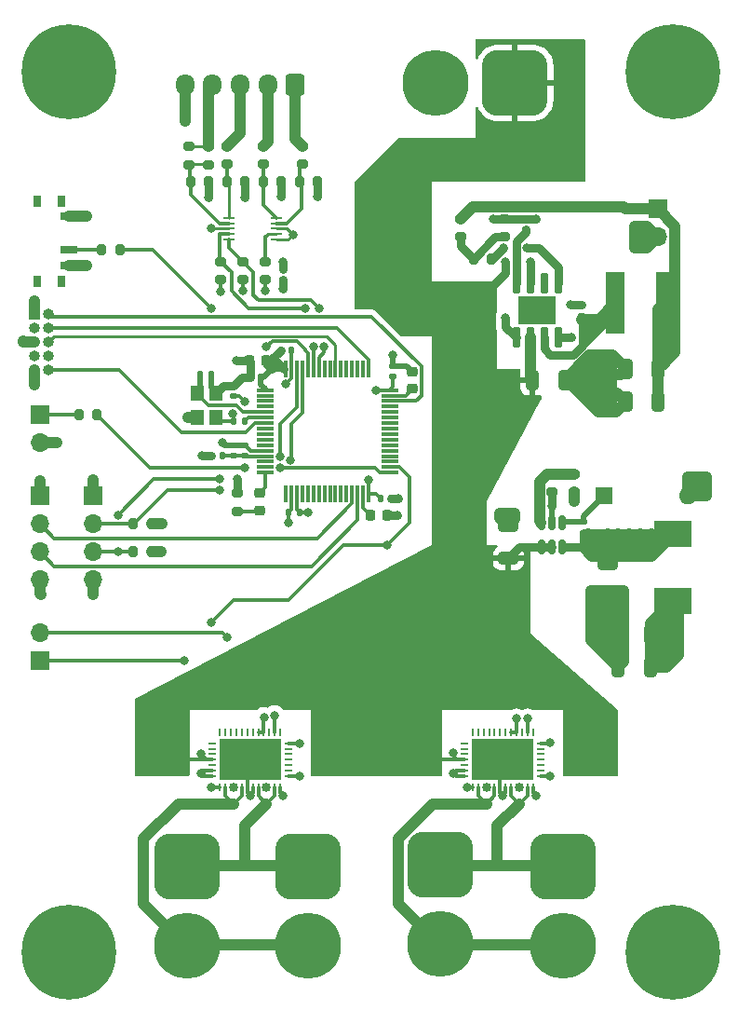
<source format=gbr>
%TF.GenerationSoftware,KiCad,Pcbnew,7.0.10*%
%TF.CreationDate,2024-04-17T23:56:12-04:00*%
%TF.ProjectId,BoardDesign,426f6172-6444-4657-9369-676e2e6b6963,rev?*%
%TF.SameCoordinates,Original*%
%TF.FileFunction,Copper,L1,Top*%
%TF.FilePolarity,Positive*%
%FSLAX46Y46*%
G04 Gerber Fmt 4.6, Leading zero omitted, Abs format (unit mm)*
G04 Created by KiCad (PCBNEW 7.0.10) date 2024-04-17 23:56:12*
%MOMM*%
%LPD*%
G01*
G04 APERTURE LIST*
G04 Aperture macros list*
%AMRoundRect*
0 Rectangle with rounded corners*
0 $1 Rounding radius*
0 $2 $3 $4 $5 $6 $7 $8 $9 X,Y pos of 4 corners*
0 Add a 4 corners polygon primitive as box body*
4,1,4,$2,$3,$4,$5,$6,$7,$8,$9,$2,$3,0*
0 Add four circle primitives for the rounded corners*
1,1,$1+$1,$2,$3*
1,1,$1+$1,$4,$5*
1,1,$1+$1,$6,$7*
1,1,$1+$1,$8,$9*
0 Add four rect primitives between the rounded corners*
20,1,$1+$1,$2,$3,$4,$5,0*
20,1,$1+$1,$4,$5,$6,$7,0*
20,1,$1+$1,$6,$7,$8,$9,0*
20,1,$1+$1,$8,$9,$2,$3,0*%
G04 Aperture macros list end*
%TA.AperFunction,SMDPad,CuDef*%
%ADD10RoundRect,0.250000X0.325000X0.650000X-0.325000X0.650000X-0.325000X-0.650000X0.325000X-0.650000X0*%
%TD*%
%TA.AperFunction,SMDPad,CuDef*%
%ADD11R,1.700000X5.700000*%
%TD*%
%TA.AperFunction,SMDPad,CuDef*%
%ADD12R,3.500000X2.350000*%
%TD*%
%TA.AperFunction,ComponentPad*%
%ADD13R,1.000000X1.000000*%
%TD*%
%TA.AperFunction,ComponentPad*%
%ADD14O,1.000000X1.000000*%
%TD*%
%TA.AperFunction,ComponentPad*%
%ADD15C,0.900000*%
%TD*%
%TA.AperFunction,ComponentPad*%
%ADD16C,8.600000*%
%TD*%
%TA.AperFunction,SMDPad,CuDef*%
%ADD17RoundRect,0.200000X-0.275000X0.200000X-0.275000X-0.200000X0.275000X-0.200000X0.275000X0.200000X0*%
%TD*%
%TA.AperFunction,SMDPad,CuDef*%
%ADD18RoundRect,0.200000X-0.200000X-0.275000X0.200000X-0.275000X0.200000X0.275000X-0.200000X0.275000X0*%
%TD*%
%TA.AperFunction,SMDPad,CuDef*%
%ADD19RoundRect,0.225000X0.225000X0.250000X-0.225000X0.250000X-0.225000X-0.250000X0.225000X-0.250000X0*%
%TD*%
%TA.AperFunction,ComponentPad*%
%ADD20R,1.700000X1.700000*%
%TD*%
%TA.AperFunction,ComponentPad*%
%ADD21O,1.700000X1.700000*%
%TD*%
%TA.AperFunction,SMDPad,CuDef*%
%ADD22RoundRect,0.135000X0.135000X0.185000X-0.135000X0.185000X-0.135000X-0.185000X0.135000X-0.185000X0*%
%TD*%
%TA.AperFunction,SMDPad,CuDef*%
%ADD23RoundRect,0.150000X-0.150000X0.512500X-0.150000X-0.512500X0.150000X-0.512500X0.150000X0.512500X0*%
%TD*%
%TA.AperFunction,SMDPad,CuDef*%
%ADD24RoundRect,0.150000X0.150000X-0.820000X0.150000X0.820000X-0.150000X0.820000X-0.150000X-0.820000X0*%
%TD*%
%TA.AperFunction,SMDPad,CuDef*%
%ADD25R,3.510000X2.620000*%
%TD*%
%TA.AperFunction,SMDPad,CuDef*%
%ADD26RoundRect,0.225000X-0.225000X-0.250000X0.225000X-0.250000X0.225000X0.250000X-0.225000X0.250000X0*%
%TD*%
%TA.AperFunction,SMDPad,CuDef*%
%ADD27RoundRect,0.200000X0.200000X0.275000X-0.200000X0.275000X-0.200000X-0.275000X0.200000X-0.275000X0*%
%TD*%
%TA.AperFunction,SMDPad,CuDef*%
%ADD28RoundRect,0.250000X-0.325000X-0.650000X0.325000X-0.650000X0.325000X0.650000X-0.325000X0.650000X0*%
%TD*%
%TA.AperFunction,SMDPad,CuDef*%
%ADD29RoundRect,0.140000X-0.140000X-0.170000X0.140000X-0.170000X0.140000X0.170000X-0.140000X0.170000X0*%
%TD*%
%TA.AperFunction,SMDPad,CuDef*%
%ADD30RoundRect,0.140000X0.140000X0.170000X-0.140000X0.170000X-0.140000X-0.170000X0.140000X-0.170000X0*%
%TD*%
%TA.AperFunction,ComponentPad*%
%ADD31RoundRect,1.500000X1.500000X1.500000X-1.500000X1.500000X-1.500000X-1.500000X1.500000X-1.500000X0*%
%TD*%
%TA.AperFunction,ComponentPad*%
%ADD32C,6.000000*%
%TD*%
%TA.AperFunction,SMDPad,CuDef*%
%ADD33RoundRect,0.200000X0.275000X-0.200000X0.275000X0.200000X-0.275000X0.200000X-0.275000X-0.200000X0*%
%TD*%
%TA.AperFunction,SMDPad,CuDef*%
%ADD34R,0.203200X0.762000*%
%TD*%
%TA.AperFunction,SMDPad,CuDef*%
%ADD35R,0.762000X0.203200*%
%TD*%
%TA.AperFunction,SMDPad,CuDef*%
%ADD36R,5.689600X3.708400*%
%TD*%
%TA.AperFunction,SMDPad,CuDef*%
%ADD37RoundRect,0.140000X0.170000X-0.140000X0.170000X0.140000X-0.170000X0.140000X-0.170000X-0.140000X0*%
%TD*%
%TA.AperFunction,ComponentPad*%
%ADD38RoundRect,1.500000X-1.500000X1.500000X-1.500000X-1.500000X1.500000X-1.500000X1.500000X1.500000X0*%
%TD*%
%TA.AperFunction,SMDPad,CuDef*%
%ADD39RoundRect,0.140000X-0.170000X0.140000X-0.170000X-0.140000X0.170000X-0.140000X0.170000X0.140000X0*%
%TD*%
%TA.AperFunction,SMDPad,CuDef*%
%ADD40RoundRect,0.147500X-0.147500X-0.172500X0.147500X-0.172500X0.147500X0.172500X-0.147500X0.172500X0*%
%TD*%
%TA.AperFunction,SMDPad,CuDef*%
%ADD41RoundRect,0.250000X0.650000X-0.325000X0.650000X0.325000X-0.650000X0.325000X-0.650000X-0.325000X0*%
%TD*%
%TA.AperFunction,SMDPad,CuDef*%
%ADD42RoundRect,0.225000X0.250000X-0.225000X0.250000X0.225000X-0.250000X0.225000X-0.250000X-0.225000X0*%
%TD*%
%TA.AperFunction,SMDPad,CuDef*%
%ADD43RoundRect,0.075000X-0.700000X-0.075000X0.700000X-0.075000X0.700000X0.075000X-0.700000X0.075000X0*%
%TD*%
%TA.AperFunction,SMDPad,CuDef*%
%ADD44RoundRect,0.075000X-0.075000X-0.700000X0.075000X-0.700000X0.075000X0.700000X-0.075000X0.700000X0*%
%TD*%
%TA.AperFunction,SMDPad,CuDef*%
%ADD45R,1.200000X1.400000*%
%TD*%
%TA.AperFunction,ComponentPad*%
%ADD46RoundRect,0.250000X0.600000X0.725000X-0.600000X0.725000X-0.600000X-0.725000X0.600000X-0.725000X0*%
%TD*%
%TA.AperFunction,ComponentPad*%
%ADD47O,1.700000X1.950000*%
%TD*%
%TA.AperFunction,SMDPad,CuDef*%
%ADD48R,0.800000X1.000000*%
%TD*%
%TA.AperFunction,SMDPad,CuDef*%
%ADD49R,1.500000X0.700000*%
%TD*%
%TA.AperFunction,SMDPad,CuDef*%
%ADD50RoundRect,0.250000X-0.650000X1.000000X-0.650000X-1.000000X0.650000X-1.000000X0.650000X1.000000X0*%
%TD*%
%TA.AperFunction,SMDPad,CuDef*%
%ADD51RoundRect,0.218750X0.256250X-0.218750X0.256250X0.218750X-0.256250X0.218750X-0.256250X-0.218750X0*%
%TD*%
%TA.AperFunction,SMDPad,CuDef*%
%ADD52R,1.100000X0.250000*%
%TD*%
%TA.AperFunction,ComponentPad*%
%ADD53R,1.600000X1.600000*%
%TD*%
%TA.AperFunction,ComponentPad*%
%ADD54O,1.600000X1.600000*%
%TD*%
%TA.AperFunction,ViaPad*%
%ADD55C,0.800000*%
%TD*%
%TA.AperFunction,Conductor*%
%ADD56C,1.000000*%
%TD*%
%TA.AperFunction,Conductor*%
%ADD57C,0.750000*%
%TD*%
%TA.AperFunction,Conductor*%
%ADD58C,0.500000*%
%TD*%
%TA.AperFunction,Conductor*%
%ADD59C,0.300000*%
%TD*%
%TA.AperFunction,Conductor*%
%ADD60C,0.250000*%
%TD*%
G04 APERTURE END LIST*
D10*
%TO.P,C16,1*%
%TO.N,+3.3V*%
X152950000Y-157097000D03*
%TO.P,C16,2*%
%TO.N,GND*%
X150000000Y-157097000D03*
%TD*%
%TO.P,C17,1*%
%TO.N,+3.3V*%
X152950000Y-154097000D03*
%TO.P,C17,2*%
%TO.N,GND*%
X150000000Y-154097000D03*
%TD*%
D11*
%TO.P,L3,1*%
%TO.N,Net-(U2-SW)*%
X149750000Y-124000000D03*
%TO.P,L3,2*%
%TO.N,+5VD*%
X154250000Y-124000000D03*
%TD*%
D12*
%TO.P,L2,1*%
%TO.N,Net-(D4-K)*%
X155000000Y-145000000D03*
%TO.P,L2,2*%
%TO.N,+3.3V*%
X155000000Y-151050000D03*
%TD*%
D13*
%TO.P,J7,1,Pin_1*%
%TO.N,+3.3V*%
X96850000Y-124990000D03*
D14*
%TO.P,J7,2,Pin_2*%
%TO.N,SWDIO*%
X98120000Y-124990000D03*
%TO.P,J7,3,Pin_3*%
%TO.N,GND*%
X96850000Y-126260000D03*
%TO.P,J7,4,Pin_4*%
%TO.N,SWCLK*%
X98120000Y-126260000D03*
%TO.P,J7,5,Pin_5*%
%TO.N,GND*%
X96850000Y-127530000D03*
%TO.P,J7,6,Pin_6*%
%TO.N,SW0*%
X98120000Y-127530000D03*
%TO.P,J7,7,Pin_7*%
%TO.N,unconnected-(J7-Pin_7-Pad7)*%
X96850000Y-128800000D03*
%TO.P,J7,8,Pin_8*%
%TO.N,unconnected-(J7-Pin_8-Pad8)*%
X98120000Y-128800000D03*
%TO.P,J7,9,Pin_9*%
%TO.N,GND*%
X96850000Y-130070000D03*
%TO.P,J7,10,Pin_10*%
%TO.N,NRST*%
X98120000Y-130070000D03*
%TD*%
D15*
%TO.P,H2,1,1*%
%TO.N,GND*%
X151775000Y-103000000D03*
X152719581Y-100719581D03*
X152719581Y-105280419D03*
X155000000Y-99775000D03*
D16*
X155000000Y-103000000D03*
D15*
X155000000Y-106225000D03*
X157280419Y-100719581D03*
X157280419Y-105280419D03*
X158225000Y-103000000D03*
%TD*%
D17*
%TO.P,R11,1*%
%TO.N,+5VD*%
X135653581Y-116350000D03*
%TO.P,R11,2*%
%TO.N,Net-(R10-Pad2)*%
X135653581Y-118000000D03*
%TD*%
%TO.P,R19,1*%
%TO.N,Net-(J9-Pin_3)*%
X114421582Y-109738000D03*
%TO.P,R19,2*%
%TO.N,Net-(U3-AIN2)*%
X114421582Y-111388000D03*
%TD*%
D18*
%TO.P,R17,1*%
%TO.N,Net-(U3-AIN1)*%
X117675000Y-113000000D03*
%TO.P,R17,2*%
%TO.N,GND*%
X119325000Y-113000000D03*
%TD*%
D19*
%TO.P,C3,1*%
%TO.N,+3.3V*%
X118000000Y-129250000D03*
%TO.P,C3,2*%
%TO.N,GND*%
X116450000Y-129250000D03*
%TD*%
D20*
%TO.P,J6,1,Pin_1*%
%TO.N,Net-(J6-Pin_1)*%
X97359581Y-156491000D03*
D21*
%TO.P,J6,2,Pin_2*%
%TO.N,Net-(J6-Pin_2)*%
X97359581Y-153951000D03*
%TD*%
D22*
%TO.P,R2,1*%
%TO.N,HSE_OUT*%
X116000000Y-134763000D03*
%TO.P,R2,2*%
%TO.N,Net-(C12-Pad1)*%
X114980000Y-134763000D03*
%TD*%
D23*
%TO.P,U4,1,BOOST*%
%TO.N,Net-(D2-K)*%
X144900000Y-143925000D03*
%TO.P,U4,2,GND*%
%TO.N,GND*%
X143950000Y-143925000D03*
%TO.P,U4,3,Vfb*%
%TO.N,Net-(U4-Vfb)*%
X143000000Y-143925000D03*
%TO.P,U4,4,EN*%
%TO.N,VDC*%
X143000000Y-146200000D03*
%TO.P,U4,5,Vin*%
X143950000Y-146200000D03*
%TO.P,U4,6,SW*%
%TO.N,Net-(D4-K)*%
X144900000Y-146200000D03*
%TD*%
D24*
%TO.P,U2,1,BS*%
%TO.N,Net-(U2-BS)*%
X140708581Y-127140000D03*
%TO.P,U2,2,IN*%
%TO.N,VDC*%
X141978581Y-127140000D03*
%TO.P,U2,3,SW*%
%TO.N,Net-(U2-SW)*%
X143248581Y-127140000D03*
%TO.P,U2,4,GND*%
%TO.N,GND*%
X144518581Y-127140000D03*
%TO.P,U2,5,FB*%
%TO.N,Net-(U2-FB)*%
X144518581Y-122180000D03*
%TO.P,U2,6,COMP*%
%TO.N,unconnected-(U2-COMP-Pad6)*%
X143248581Y-122180000D03*
%TO.P,U2,7,EN*%
%TO.N,VDC*%
X141978581Y-122180000D03*
%TO.P,U2,8,SS*%
%TO.N,Net-(U2-SS)*%
X140708581Y-122180000D03*
D25*
%TO.P,U2,9*%
%TO.N,N/C*%
X142613581Y-124660000D03*
%TD*%
D26*
%TO.P,C1,1*%
%TO.N,Net-(U1-VCAP_1)*%
X127450000Y-143250000D03*
%TO.P,C1,2*%
%TO.N,GND*%
X129000000Y-143250000D03*
%TD*%
D27*
%TO.P,R13,1*%
%TO.N,+3.3V*%
X107519581Y-144045000D03*
%TO.P,R13,2*%
%TO.N,I2C3_SCL*%
X105869581Y-144045000D03*
%TD*%
D28*
%TO.P,C18,1*%
%TO.N,VDC*%
X142178581Y-131000000D03*
%TO.P,C18,2*%
%TO.N,GND*%
X145128581Y-131000000D03*
%TD*%
D29*
%TO.P,C8,1*%
%TO.N,+3.3V*%
X119330000Y-128263000D03*
%TO.P,C8,2*%
%TO.N,GND*%
X120290000Y-128263000D03*
%TD*%
D17*
%TO.P,R20,1*%
%TO.N,Net-(J9-Pin_2)*%
X117723582Y-109738000D03*
%TO.P,R20,2*%
%TO.N,Net-(U3-AIN1)*%
X117723582Y-111388000D03*
%TD*%
D29*
%TO.P,C6,1*%
%TO.N,+3.3V*%
X128386581Y-141750000D03*
%TO.P,C6,2*%
%TO.N,GND*%
X129346581Y-141750000D03*
%TD*%
D30*
%TO.P,C4,1*%
%TO.N,+3.3V*%
X117500000Y-130750000D03*
%TO.P,C4,2*%
%TO.N,GND*%
X116540000Y-130750000D03*
%TD*%
D31*
%TO.P,J8,1,Pin_1*%
%TO.N,VDC*%
X140600000Y-104000000D03*
D32*
%TO.P,J8,2,Pin_2*%
%TO.N,GND*%
X133400000Y-104000000D03*
%TD*%
D33*
%TO.P,R5,1*%
%TO.N,+5VD*%
X115853581Y-121874000D03*
%TO.P,R5,2*%
%TO.N,I2C1_SCL*%
X115853581Y-120224000D03*
%TD*%
D34*
%TO.P,U5,1,VDD*%
%TO.N,unconnected-(U5-VDD-Pad1)*%
X142250000Y-163023500D03*
%TO.P,U5,2,EN*%
%TO.N,Fet*%
X141750001Y-163023500D03*
%TO.P,U5,3,ISET0*%
%TO.N,unconnected-(U5-ISET0-Pad3)*%
X141249999Y-163023500D03*
%TO.P,U5,4,DINB*%
%TO.N,Net-(J6-Pin_2)*%
X140750000Y-163023500D03*
%TO.P,U5,5,DINA*%
X140250001Y-163023500D03*
%TO.P,U5,6,ISET1*%
%TO.N,unconnected-(U5-ISET1-Pad6)*%
X139750000Y-163023500D03*
%TO.P,U5,7,ISET2*%
%TO.N,unconnected-(U5-ISET2-Pad7)*%
X139250000Y-163023500D03*
%TO.P,U5,8,DECAY1*%
%TO.N,unconnected-(U5-DECAY1-Pad8)*%
X138749999Y-163023500D03*
%TO.P,U5,9,DECAY2*%
%TO.N,unconnected-(U5-DECAY2-Pad9)*%
X138250000Y-163023500D03*
%TO.P,U5,10,CDR*%
%TO.N,unconnected-(U5-CDR-Pad10)*%
X137750001Y-163023500D03*
%TO.P,U5,11,ISET3*%
%TO.N,unconnected-(U5-ISET3-Pad11)*%
X137249999Y-163023500D03*
%TO.P,U5,12,\u002AFAULT*%
%TO.N,unconnected-(U5-\u002AFAULT-Pad12)*%
X136750000Y-163023500D03*
D35*
%TO.P,U5,13,CP1*%
%TO.N,unconnected-(U5-CP1-Pad13)*%
X136020200Y-164000000D03*
%TO.P,U5,14,CP2*%
%TO.N,unconnected-(U5-CP2-Pad14)*%
X136020200Y-164499999D03*
%TO.P,U5,15,VCP*%
%TO.N,unconnected-(U5-VCP-Pad15)*%
X136020200Y-165000001D03*
%TO.P,U5,16,VM*%
%TO.N,VDC*%
X136020200Y-165500000D03*
%TO.P,U5,17,\u002ASLEEP*%
%TO.N,unconnected-(U5-\u002ASLEEP-Pad17)*%
X136020200Y-165999999D03*
%TO.P,U5,18,GND*%
%TO.N,GND*%
X136020200Y-166500001D03*
%TO.P,U5,19,PGND*%
X136020200Y-167000000D03*
D34*
%TO.P,U5,20,PGND*%
X136750000Y-167976500D03*
%TO.P,U5,21,OUT1B*%
%TO.N,Net-(J10-Pin_2)*%
X137249999Y-167976500D03*
%TO.P,U5,22,VM*%
%TO.N,VDC*%
X137750001Y-167976500D03*
%TO.P,U5,23,VM*%
X138250000Y-167976500D03*
%TO.P,U5,24,OUT2B*%
%TO.N,Net-(J10-Pin_2)*%
X138749999Y-167976500D03*
%TO.P,U5,25,PGND*%
%TO.N,GND*%
X139250000Y-167976500D03*
%TO.P,U5,26,PGND*%
X139750000Y-167976500D03*
%TO.P,U5,27,OUT2A*%
%TO.N,Net-(J10-Pin_1)*%
X140250001Y-167976500D03*
%TO.P,U5,28,VM*%
%TO.N,VDC*%
X140750000Y-167976500D03*
%TO.P,U5,29,VM*%
X141249999Y-167976500D03*
%TO.P,U5,30,OUT1A*%
%TO.N,Net-(J10-Pin_1)*%
X141750001Y-167976500D03*
%TO.P,U5,31,PGND*%
%TO.N,GND*%
X142250000Y-167976500D03*
D35*
%TO.P,U5,32,PGND*%
X142979800Y-167000000D03*
%TO.P,U5,33,ISENB*%
%TO.N,unconnected-(U5-ISENB-Pad33)*%
X142979800Y-166500001D03*
%TO.P,U5,34,ISENA*%
%TO.N,unconnected-(U5-ISENA-Pad34)*%
X142979800Y-165999999D03*
%TO.P,U5,35,NC*%
%TO.N,unconnected-(U5-NC-Pad35)*%
X142979800Y-165500000D03*
%TO.P,U5,36,REF*%
%TO.N,unconnected-(U5-REF-Pad36)*%
X142979800Y-165000001D03*
%TO.P,U5,37,ROFF*%
%TO.N,unconnected-(U5-ROFF-Pad37)*%
X142979800Y-164499999D03*
%TO.P,U5,38,GND*%
%TO.N,GND*%
X142979800Y-164000000D03*
D36*
%TO.P,U5,39,EPAD*%
X139500000Y-165500000D03*
%TD*%
D17*
%TO.P,R7,1*%
%TO.N,/ADC0*%
X110900000Y-109775000D03*
%TO.P,R7,2*%
%TO.N,/AIN3*%
X110900000Y-111425000D03*
%TD*%
D37*
%TO.P,C12,1*%
%TO.N,Net-(C12-Pad1)*%
X115000000Y-132473000D03*
%TO.P,C12,2*%
%TO.N,GND*%
X115000000Y-131513000D03*
%TD*%
D34*
%TO.P,U6,1,VDD*%
%TO.N,unconnected-(U6-VDD-Pad1)*%
X119250000Y-163023500D03*
%TO.P,U6,2,EN*%
%TO.N,Fet*%
X118750001Y-163023500D03*
%TO.P,U6,3,ISET0*%
%TO.N,unconnected-(U6-ISET0-Pad3)*%
X118249999Y-163023500D03*
%TO.P,U6,4,DINB*%
%TO.N,Net-(J6-Pin_1)*%
X117750000Y-163023500D03*
%TO.P,U6,5,DINA*%
X117250001Y-163023500D03*
%TO.P,U6,6,ISET1*%
%TO.N,unconnected-(U6-ISET1-Pad6)*%
X116750000Y-163023500D03*
%TO.P,U6,7,ISET2*%
%TO.N,unconnected-(U6-ISET2-Pad7)*%
X116250000Y-163023500D03*
%TO.P,U6,8,DECAY1*%
%TO.N,unconnected-(U6-DECAY1-Pad8)*%
X115749999Y-163023500D03*
%TO.P,U6,9,DECAY2*%
%TO.N,unconnected-(U6-DECAY2-Pad9)*%
X115250000Y-163023500D03*
%TO.P,U6,10,CDR*%
%TO.N,unconnected-(U6-CDR-Pad10)*%
X114750001Y-163023500D03*
%TO.P,U6,11,ISET3*%
%TO.N,unconnected-(U6-ISET3-Pad11)*%
X114249999Y-163023500D03*
%TO.P,U6,12,\u002AFAULT*%
%TO.N,unconnected-(U6-\u002AFAULT-Pad12)*%
X113750000Y-163023500D03*
D35*
%TO.P,U6,13,CP1*%
%TO.N,unconnected-(U6-CP1-Pad13)*%
X113020200Y-164000000D03*
%TO.P,U6,14,CP2*%
%TO.N,unconnected-(U6-CP2-Pad14)*%
X113020200Y-164499999D03*
%TO.P,U6,15,VCP*%
%TO.N,unconnected-(U6-VCP-Pad15)*%
X113020200Y-165000001D03*
%TO.P,U6,16,VM*%
%TO.N,VDC*%
X113020200Y-165500000D03*
%TO.P,U6,17,\u002ASLEEP*%
%TO.N,unconnected-(U6-\u002ASLEEP-Pad17)*%
X113020200Y-165999999D03*
%TO.P,U6,18,GND*%
%TO.N,GND*%
X113020200Y-166500001D03*
%TO.P,U6,19,PGND*%
X113020200Y-167000000D03*
D34*
%TO.P,U6,20,PGND*%
X113750000Y-167976500D03*
%TO.P,U6,21,OUT1B*%
%TO.N,Net-(J13-Pin_2)*%
X114249999Y-167976500D03*
%TO.P,U6,22,VM*%
%TO.N,VDC*%
X114750001Y-167976500D03*
%TO.P,U6,23,VM*%
X115250000Y-167976500D03*
%TO.P,U6,24,OUT2B*%
%TO.N,Net-(J13-Pin_2)*%
X115749999Y-167976500D03*
%TO.P,U6,25,PGND*%
%TO.N,GND*%
X116250000Y-167976500D03*
%TO.P,U6,26,PGND*%
X116750000Y-167976500D03*
%TO.P,U6,27,OUT2A*%
%TO.N,Net-(J13-Pin_1)*%
X117250001Y-167976500D03*
%TO.P,U6,28,VM*%
%TO.N,VDC*%
X117750000Y-167976500D03*
%TO.P,U6,29,VM*%
X118249999Y-167976500D03*
%TO.P,U6,30,OUT1A*%
%TO.N,Net-(J13-Pin_1)*%
X118750001Y-167976500D03*
%TO.P,U6,31,PGND*%
%TO.N,GND*%
X119250000Y-167976500D03*
D35*
%TO.P,U6,32,PGND*%
X119979800Y-167000000D03*
%TO.P,U6,33,ISENB*%
%TO.N,unconnected-(U6-ISENB-Pad33)*%
X119979800Y-166500001D03*
%TO.P,U6,34,ISENA*%
%TO.N,unconnected-(U6-ISENA-Pad34)*%
X119979800Y-165999999D03*
%TO.P,U6,35,NC*%
%TO.N,unconnected-(U6-NC-Pad35)*%
X119979800Y-165500000D03*
%TO.P,U6,36,REF*%
%TO.N,unconnected-(U6-REF-Pad36)*%
X119979800Y-165000001D03*
%TO.P,U6,37,ROFF*%
%TO.N,unconnected-(U6-ROFF-Pad37)*%
X119979800Y-164499999D03*
%TO.P,U6,38,GND*%
%TO.N,GND*%
X119979800Y-164000000D03*
D36*
%TO.P,U6,39,EPAD*%
X116500000Y-165500000D03*
%TD*%
D17*
%TO.P,R23,1*%
%TO.N,/ADC0*%
X112700000Y-109775000D03*
%TO.P,R23,2*%
%TO.N,/AIN3*%
X112700000Y-111425000D03*
%TD*%
D38*
%TO.P,J11,1,Pin_1*%
%TO.N,Net-(J10-Pin_1)*%
X145000000Y-175200000D03*
D32*
%TO.P,J11,2,Pin_2*%
%TO.N,Net-(J10-Pin_2)*%
X145000000Y-182400000D03*
%TD*%
D15*
%TO.P,H3,1,1*%
%TO.N,GND*%
X96775000Y-183000000D03*
X97719581Y-180719581D03*
X97719581Y-185280419D03*
X100000000Y-179775000D03*
D16*
X100000000Y-183000000D03*
D15*
X100000000Y-186225000D03*
X102280419Y-180719581D03*
X102280419Y-185280419D03*
X103225000Y-183000000D03*
%TD*%
D39*
%TO.P,C15,1*%
%TO.N,Net-(D2-K)*%
X146800000Y-143920000D03*
%TO.P,C15,2*%
%TO.N,Net-(D4-K)*%
X146800000Y-144880000D03*
%TD*%
D33*
%TO.P,R3,1*%
%TO.N,Net-(D1-K)*%
X115346581Y-142913000D03*
%TO.P,R3,2*%
%TO.N,GND*%
X115346581Y-141263000D03*
%TD*%
D37*
%TO.P,C19,1*%
%TO.N,Net-(U2-SS)*%
X141550000Y-117300000D03*
%TO.P,C19,2*%
%TO.N,GND*%
X141550000Y-116340000D03*
%TD*%
D40*
%TO.P,L1,1*%
%TO.N,+3.3V*%
X112979000Y-137899000D03*
%TO.P,L1,2*%
%TO.N,+3.3VA*%
X113949000Y-137899000D03*
%TD*%
D27*
%TO.P,R10,1*%
%TO.N,Net-(U2-FB)*%
X138478581Y-120000000D03*
%TO.P,R10,2*%
%TO.N,Net-(R10-Pad2)*%
X136828581Y-120000000D03*
%TD*%
D18*
%TO.P,R22,1*%
%TO.N,/AIN3*%
X111100000Y-113000000D03*
%TO.P,R22,2*%
%TO.N,GND*%
X112750000Y-113000000D03*
%TD*%
D41*
%TO.P,C14,1*%
%TO.N,VDC*%
X140000000Y-147200000D03*
%TO.P,C14,2*%
%TO.N,GND*%
X140000000Y-144250000D03*
%TD*%
D42*
%TO.P,C2,1*%
%TO.N,Net-(U1-VCAP_2)*%
X131250000Y-131800000D03*
%TO.P,C2,2*%
%TO.N,GND*%
X131250000Y-130250000D03*
%TD*%
D38*
%TO.P,J14,1,Pin_1*%
%TO.N,Net-(J13-Pin_1)*%
X121800000Y-175200000D03*
D32*
%TO.P,J14,2,Pin_2*%
%TO.N,Net-(J13-Pin_2)*%
X121800000Y-182400000D03*
%TD*%
D33*
%TO.P,R12,1*%
%TO.N,Net-(R10-Pad2)*%
X139653581Y-118000000D03*
%TO.P,R12,2*%
%TO.N,GND*%
X139653581Y-116350000D03*
%TD*%
D37*
%TO.P,C13,1*%
%TO.N,+5VD*%
X119501582Y-121874000D03*
%TO.P,C13,2*%
%TO.N,GND*%
X119501582Y-120914000D03*
%TD*%
D20*
%TO.P,J1,1,Pin_1*%
%TO.N,+5VD*%
X153613581Y-115460000D03*
D21*
%TO.P,J1,2,Pin_2*%
%TO.N,GND*%
X153613581Y-118000000D03*
%TD*%
D15*
%TO.P,H1,1,1*%
%TO.N,GND*%
X96775000Y-103000000D03*
X97719581Y-100719581D03*
X97719581Y-105280419D03*
X100000000Y-99775000D03*
D16*
X100000000Y-103000000D03*
D15*
X100000000Y-106225000D03*
X102280419Y-100719581D03*
X102280419Y-105280419D03*
X103225000Y-103000000D03*
%TD*%
D20*
%TO.P,J2,1,Pin_1*%
%TO.N,+3.3V*%
X97359581Y-141505000D03*
D21*
%TO.P,J2,2,Pin_2*%
%TO.N,UART3_TX*%
X97359581Y-144045000D03*
%TO.P,J2,3,Pin_3*%
%TO.N,UART3_RX*%
X97359581Y-146585000D03*
%TO.P,J2,4,Pin_4*%
%TO.N,GND*%
X97359581Y-149125000D03*
%TD*%
D43*
%TO.P,U1,1,VBAT*%
%TO.N,+3.3V*%
X117846581Y-131913000D03*
%TO.P,U1,2,PC13*%
%TO.N,unconnected-(U1-PC13-Pad2)*%
X117846581Y-132413000D03*
%TO.P,U1,3,PC14*%
%TO.N,unconnected-(U1-PC14-Pad3)*%
X117846581Y-132913000D03*
%TO.P,U1,4,PC15*%
%TO.N,unconnected-(U1-PC15-Pad4)*%
X117846581Y-133413000D03*
%TO.P,U1,5,PH0*%
%TO.N,HSI_IN*%
X117846581Y-133913000D03*
%TO.P,U1,6,PH1*%
%TO.N,HSE_OUT*%
X117846581Y-134413000D03*
%TO.P,U1,7,NRST*%
%TO.N,NRST*%
X117846581Y-134913000D03*
%TO.P,U1,8,PC0*%
%TO.N,unconnected-(U1-PC0-Pad8)*%
X117846581Y-135413000D03*
%TO.P,U1,9,PC1*%
%TO.N,unconnected-(U1-PC1-Pad9)*%
X117846581Y-135913000D03*
%TO.P,U1,10,PC2*%
%TO.N,unconnected-(U1-PC2-Pad10)*%
X117846581Y-136413000D03*
%TO.P,U1,11,PC3*%
%TO.N,unconnected-(U1-PC3-Pad11)*%
X117846581Y-136913000D03*
%TO.P,U1,12,VSSA*%
%TO.N,GND*%
X117846581Y-137413000D03*
%TO.P,U1,13,VDDA*%
%TO.N,+3.3VA*%
X117846581Y-137913000D03*
%TO.P,U1,14,PA0*%
%TO.N,unconnected-(U1-PA0-Pad14)*%
X117846581Y-138413000D03*
%TO.P,U1,15,PA1*%
%TO.N,unconnected-(U1-PA1-Pad15)*%
X117846581Y-138913000D03*
%TO.P,U1,16,PA2*%
%TO.N,LED_STATUS*%
X117846581Y-139413000D03*
D44*
%TO.P,U1,17,PA3*%
%TO.N,unconnected-(U1-PA3-Pad17)*%
X119771581Y-141338000D03*
%TO.P,U1,18,VSS*%
%TO.N,GND*%
X120271581Y-141338000D03*
%TO.P,U1,19,VDD*%
%TO.N,+3.3V*%
X120771581Y-141338000D03*
%TO.P,U1,20,PA4*%
%TO.N,unconnected-(U1-PA4-Pad20)*%
X121271581Y-141338000D03*
%TO.P,U1,21,PA5*%
%TO.N,unconnected-(U1-PA5-Pad21)*%
X121771581Y-141338000D03*
%TO.P,U1,22,PA6*%
%TO.N,unconnected-(U1-PA6-Pad22)*%
X122271581Y-141338000D03*
%TO.P,U1,23,PA7*%
%TO.N,unconnected-(U1-PA7-Pad23)*%
X122771581Y-141338000D03*
%TO.P,U1,24,PC4*%
%TO.N,unconnected-(U1-PC4-Pad24)*%
X123271581Y-141338000D03*
%TO.P,U1,25,PC5*%
%TO.N,unconnected-(U1-PC5-Pad25)*%
X123771581Y-141338000D03*
%TO.P,U1,26,PB0*%
%TO.N,unconnected-(U1-PB0-Pad26)*%
X124271581Y-141338000D03*
%TO.P,U1,27,PB1*%
%TO.N,unconnected-(U1-PB1-Pad27)*%
X124771581Y-141338000D03*
%TO.P,U1,28,PB2*%
%TO.N,unconnected-(U1-PB2-Pad28)*%
X125271581Y-141338000D03*
%TO.P,U1,29,PB10*%
%TO.N,UART3_TX*%
X125771581Y-141338000D03*
%TO.P,U1,30,PB11*%
%TO.N,UART3_RX*%
X126271581Y-141338000D03*
%TO.P,U1,31,VCAP_1*%
%TO.N,Net-(U1-VCAP_1)*%
X126771581Y-141338000D03*
%TO.P,U1,32,VDD*%
%TO.N,+3.3V*%
X127271581Y-141338000D03*
D43*
%TO.P,U1,33,PB12*%
%TO.N,LowBat*%
X129196581Y-139413000D03*
%TO.P,U1,34,PB13*%
%TO.N,Fet*%
X129196581Y-138913000D03*
%TO.P,U1,35,PB14*%
%TO.N,unconnected-(U1-PB14-Pad35)*%
X129196581Y-138413000D03*
%TO.P,U1,36,PB15*%
%TO.N,unconnected-(U1-PB15-Pad36)*%
X129196581Y-137913000D03*
%TO.P,U1,37,PC6*%
%TO.N,unconnected-(U1-PC6-Pad37)*%
X129196581Y-137413000D03*
%TO.P,U1,38,PC7*%
%TO.N,unconnected-(U1-PC7-Pad38)*%
X129196581Y-136913000D03*
%TO.P,U1,39,PC8*%
%TO.N,unconnected-(U1-PC8-Pad39)*%
X129196581Y-136413000D03*
%TO.P,U1,40,PC9*%
%TO.N,unconnected-(U1-PC9-Pad40)*%
X129196581Y-135913000D03*
%TO.P,U1,41,PA8*%
%TO.N,unconnected-(U1-PA8-Pad41)*%
X129196581Y-135413000D03*
%TO.P,U1,42,PA9*%
%TO.N,unconnected-(U1-PA9-Pad42)*%
X129196581Y-134913000D03*
%TO.P,U1,43,PA10*%
%TO.N,unconnected-(U1-PA10-Pad43)*%
X129196581Y-134413000D03*
%TO.P,U1,44,PA11*%
%TO.N,unconnected-(U1-PA11-Pad44)*%
X129196581Y-133913000D03*
%TO.P,U1,45,PA12*%
%TO.N,unconnected-(U1-PA12-Pad45)*%
X129196581Y-133413000D03*
%TO.P,U1,46,PA13*%
%TO.N,SWDIO*%
X129196581Y-132913000D03*
%TO.P,U1,47,VCAP_2*%
%TO.N,Net-(U1-VCAP_2)*%
X129196581Y-132413000D03*
%TO.P,U1,48,VDD*%
%TO.N,+3.3V*%
X129196581Y-131913000D03*
D44*
%TO.P,U1,49,PA14*%
%TO.N,SWCLK*%
X127271581Y-129988000D03*
%TO.P,U1,50,PA15*%
%TO.N,unconnected-(U1-PA15-Pad50)*%
X126771581Y-129988000D03*
%TO.P,U1,51,PC10*%
%TO.N,unconnected-(U1-PC10-Pad51)*%
X126271581Y-129988000D03*
%TO.P,U1,52,PC11*%
%TO.N,unconnected-(U1-PC11-Pad52)*%
X125771581Y-129988000D03*
%TO.P,U1,53,PC12*%
%TO.N,unconnected-(U1-PC12-Pad53)*%
X125271581Y-129988000D03*
%TO.P,U1,54,PD2*%
%TO.N,unconnected-(U1-PD2-Pad54)*%
X124771581Y-129988000D03*
%TO.P,U1,55,PB3*%
%TO.N,SW0*%
X124271581Y-129988000D03*
%TO.P,U1,56,PB4*%
%TO.N,unconnected-(U1-PB4-Pad56)*%
X123771581Y-129988000D03*
%TO.P,U1,57,PB5*%
%TO.N,unconnected-(U1-PB5-Pad57)*%
X123271581Y-129988000D03*
%TO.P,U1,58,PB6*%
%TO.N,I2C1_SCL*%
X122771581Y-129988000D03*
%TO.P,U1,59,PB7*%
%TO.N,I2C1_SDA*%
X122271581Y-129988000D03*
%TO.P,U1,60,BOOT0*%
%TO.N,BOOT0*%
X121771581Y-129988000D03*
%TO.P,U1,61,PB8*%
%TO.N,I2C3_SCL*%
X121271581Y-129988000D03*
%TO.P,U1,62,PB9*%
%TO.N,I2C3_SDA*%
X120771581Y-129988000D03*
%TO.P,U1,63,VSS*%
%TO.N,GND*%
X120271581Y-129988000D03*
%TO.P,U1,64,VDD*%
%TO.N,+3.3V*%
X119771581Y-129988000D03*
%TD*%
D17*
%TO.P,R21,1*%
%TO.N,Net-(J9-Pin_1)*%
X121250000Y-109738000D03*
%TO.P,R21,2*%
%TO.N,Net-(U3-AIN0)*%
X121250000Y-111388000D03*
%TD*%
D20*
%TO.P,J5,1,Pin_1*%
%TO.N,Net-(J5-Pin_1)*%
X97359581Y-134139000D03*
D21*
%TO.P,J5,2,Pin_2*%
%TO.N,GND*%
X97359581Y-136679000D03*
%TD*%
D18*
%TO.P,R18,1*%
%TO.N,Net-(U3-AIN0)*%
X121000000Y-113000000D03*
%TO.P,R18,2*%
%TO.N,GND*%
X122650000Y-113000000D03*
%TD*%
D45*
%TO.P,Y1,1,1*%
%TO.N,HSI_IN*%
X111700000Y-132163000D03*
%TO.P,Y1,2,2*%
%TO.N,GND*%
X111700000Y-134363000D03*
%TO.P,Y1,3,3*%
%TO.N,Net-(C12-Pad1)*%
X113400000Y-134363000D03*
%TO.P,Y1,4,4*%
%TO.N,GND*%
X113400000Y-132163000D03*
%TD*%
D46*
%TO.P,J9,1,Pin_1*%
%TO.N,Net-(J9-Pin_1)*%
X120600000Y-104200000D03*
D47*
%TO.P,J9,2,Pin_2*%
%TO.N,Net-(J9-Pin_2)*%
X118100000Y-104200000D03*
%TO.P,J9,3,Pin_3*%
%TO.N,Net-(J9-Pin_3)*%
X115600000Y-104200000D03*
%TO.P,J9,4,Pin_4*%
%TO.N,/ADC0*%
X113100000Y-104200000D03*
%TO.P,J9,5,Pin_5*%
%TO.N,GND*%
X110600000Y-104200000D03*
%TD*%
D17*
%TO.P,R9,1*%
%TO.N,Net-(U4-Vfb)*%
X144000000Y-139550000D03*
%TO.P,R9,2*%
%TO.N,GND*%
X144000000Y-141200000D03*
%TD*%
D20*
%TO.P,J4,1,Pin_1*%
%TO.N,+3.3V*%
X102185581Y-141505000D03*
D21*
%TO.P,J4,2,Pin_2*%
%TO.N,I2C3_SCL*%
X102185581Y-144045000D03*
%TO.P,J4,3,Pin_3*%
%TO.N,I2C3_SDA*%
X102185581Y-146585000D03*
%TO.P,J4,4,Pin_4*%
%TO.N,GND*%
X102185581Y-149125000D03*
%TD*%
D39*
%TO.P,C20,1*%
%TO.N,Net-(U2-BS)*%
X146653581Y-124175000D03*
%TO.P,C20,2*%
%TO.N,Net-(U2-SW)*%
X146653581Y-125135000D03*
%TD*%
D10*
%TO.P,C22,1*%
%TO.N,+5VD*%
X153653581Y-133000000D03*
%TO.P,C22,2*%
%TO.N,GND*%
X150703581Y-133000000D03*
%TD*%
D18*
%TO.P,R16,1*%
%TO.N,Net-(U3-AIN2)*%
X114375000Y-113000000D03*
%TO.P,R16,2*%
%TO.N,GND*%
X116025000Y-113000000D03*
%TD*%
D48*
%TO.P,SW1,*%
%TO.N,*%
X99350000Y-114717000D03*
X97140000Y-114717000D03*
X99350000Y-122017000D03*
X97140000Y-122017000D03*
D49*
%TO.P,SW1,1,A*%
%TO.N,+3.3V*%
X100000000Y-116117000D03*
%TO.P,SW1,2,B*%
%TO.N,Net-(SW1-B)*%
X100000000Y-119117000D03*
%TO.P,SW1,3,C*%
%TO.N,GND*%
X100000000Y-120617000D03*
%TD*%
D30*
%TO.P,C5,1*%
%TO.N,+3.3V*%
X120980000Y-143000000D03*
%TO.P,C5,2*%
%TO.N,GND*%
X120020000Y-143000000D03*
%TD*%
D37*
%TO.P,C9,1*%
%TO.N,+3.3VA*%
X115000000Y-137900000D03*
%TO.P,C9,2*%
%TO.N,GND*%
X115000000Y-136940000D03*
%TD*%
D33*
%TO.P,R8,1*%
%TO.N,+3.3V*%
X146000000Y-141200000D03*
%TO.P,R8,2*%
%TO.N,Net-(U4-Vfb)*%
X146000000Y-139550000D03*
%TD*%
D27*
%TO.P,R1,1*%
%TO.N,BOOT0*%
X104653000Y-119153000D03*
%TO.P,R1,2*%
%TO.N,Net-(SW1-B)*%
X103003000Y-119153000D03*
%TD*%
D10*
%TO.P,C21,1*%
%TO.N,+5VD*%
X153653581Y-130000000D03*
%TO.P,C21,2*%
%TO.N,GND*%
X150703581Y-130000000D03*
%TD*%
D50*
%TO.P,D4,1,K*%
%TO.N,Net-(D4-K)*%
X149020000Y-147000000D03*
%TO.P,D4,2,A*%
%TO.N,GND*%
X149020000Y-151000000D03*
%TD*%
D37*
%TO.P,C7,1*%
%TO.N,+3.3V*%
X129500000Y-130710000D03*
%TO.P,C7,2*%
%TO.N,GND*%
X129500000Y-129750000D03*
%TD*%
D51*
%TO.P,D1,1,K*%
%TO.N,Net-(D1-K)*%
X117346581Y-142838000D03*
%TO.P,D1,2,A*%
%TO.N,LED_STATUS*%
X117346581Y-141263000D03*
%TD*%
D27*
%TO.P,R15,1*%
%TO.N,LowBat*%
X102565581Y-134139000D03*
%TO.P,R15,2*%
%TO.N,Net-(J5-Pin_1)*%
X100915581Y-134139000D03*
%TD*%
D38*
%TO.P,J13,1,Pin_1*%
%TO.N,Net-(J13-Pin_1)*%
X110800000Y-175200000D03*
D32*
%TO.P,J13,2,Pin_2*%
%TO.N,Net-(J13-Pin_2)*%
X110800000Y-182400000D03*
%TD*%
D33*
%TO.P,R4,1*%
%TO.N,+5VD*%
X117853581Y-121874000D03*
%TO.P,R4,2*%
%TO.N,Net-(U3-ALERT{slash}RDY)*%
X117853581Y-120224000D03*
%TD*%
D52*
%TO.P,U3,1,ADDR*%
%TO.N,GND*%
X118900000Y-118250000D03*
%TO.P,U3,2,ALERT/RDY*%
%TO.N,Net-(U3-ALERT{slash}RDY)*%
X118900000Y-117750000D03*
%TO.P,U3,3,GND*%
%TO.N,GND*%
X118900000Y-117250000D03*
%TO.P,U3,4,AIN0*%
%TO.N,Net-(U3-AIN0)*%
X118900000Y-116750000D03*
%TO.P,U3,5,AIN1*%
%TO.N,Net-(U3-AIN1)*%
X118900000Y-116250000D03*
%TO.P,U3,6,AIN2*%
%TO.N,Net-(U3-AIN2)*%
X114600000Y-116250000D03*
%TO.P,U3,7,AIN3*%
%TO.N,/AIN3*%
X114600000Y-116750000D03*
%TO.P,U3,8,VDD*%
%TO.N,+5VD*%
X114600000Y-117250000D03*
%TO.P,U3,9,SDA*%
%TO.N,I2C1_SDA*%
X114600000Y-117750000D03*
%TO.P,U3,10,SCL*%
%TO.N,I2C1_SCL*%
X114600000Y-118250000D03*
%TD*%
D27*
%TO.P,R14,1*%
%TO.N,+3.3V*%
X107519581Y-146585000D03*
%TO.P,R14,2*%
%TO.N,I2C3_SDA*%
X105869581Y-146585000D03*
%TD*%
D38*
%TO.P,J10,1,Pin_1*%
%TO.N,Net-(J10-Pin_1)*%
X133800000Y-175000000D03*
D32*
%TO.P,J10,2,Pin_2*%
%TO.N,Net-(J10-Pin_2)*%
X133800000Y-182200000D03*
%TD*%
D33*
%TO.P,R6,1*%
%TO.N,+5VD*%
X113853581Y-121874000D03*
%TO.P,R6,2*%
%TO.N,I2C1_SDA*%
X113853581Y-120224000D03*
%TD*%
D15*
%TO.P,H4,1,1*%
%TO.N,GND*%
X151775000Y-183000000D03*
X152719581Y-180719581D03*
X152719581Y-185280419D03*
X155000000Y-179775000D03*
D16*
X155000000Y-183000000D03*
D15*
X155000000Y-186225000D03*
X157280419Y-180719581D03*
X157280419Y-185280419D03*
X158225000Y-183000000D03*
%TD*%
D37*
%TO.P,C10,1*%
%TO.N,+3.3VA*%
X116050000Y-137900000D03*
%TO.P,C10,2*%
%TO.N,GND*%
X116050000Y-136940000D03*
%TD*%
D53*
%TO.P,D2,1,K*%
%TO.N,Net-(D2-K)*%
X148690000Y-141500000D03*
D54*
%TO.P,D2,2,A*%
%TO.N,+3.3V*%
X156310000Y-141500000D03*
%TD*%
D29*
%TO.P,C11,1*%
%TO.N,HSI_IN*%
X111990000Y-130500000D03*
%TO.P,C11,2*%
%TO.N,GND*%
X112950000Y-130500000D03*
%TD*%
D55*
%TO.N,GND*%
X110600000Y-107500000D03*
%TO.N,+3.3V*%
X158000000Y-139800000D03*
X156300000Y-139800000D03*
X158000000Y-141500000D03*
X154500000Y-155000000D03*
X155500000Y-153000000D03*
X154500000Y-157000000D03*
X154500000Y-156000003D03*
X154500000Y-153000000D03*
X154500000Y-154000000D03*
%TO.N,GND*%
X151500000Y-119000000D03*
X151500000Y-118000000D03*
X151500000Y-117000000D03*
X143780081Y-167030792D03*
X150520000Y-151667000D03*
X139500000Y-168750000D03*
X115346581Y-140013000D03*
X98929000Y-136679000D03*
X120400000Y-117800000D03*
X96851581Y-131398419D03*
X121000000Y-164000000D03*
X150520000Y-150167000D03*
X147520000Y-151270000D03*
X145750000Y-127125000D03*
X129903419Y-143250000D03*
X142500000Y-168750000D03*
X115250000Y-129250000D03*
X119300000Y-114350000D03*
X135000000Y-166750000D03*
X116050000Y-114400000D03*
X149363581Y-133886419D03*
X149363581Y-130500000D03*
X149363581Y-132160000D03*
X143950000Y-142400000D03*
X112750000Y-114400000D03*
X122650000Y-114350000D03*
X129500000Y-128750000D03*
X113950000Y-136700000D03*
X138600000Y-116350000D03*
X116498907Y-168790470D03*
X120000000Y-144000000D03*
X147520000Y-152770000D03*
X130000000Y-141750000D03*
X119737478Y-131363000D03*
X149363581Y-128750000D03*
X142500000Y-116350000D03*
X95853269Y-127476918D03*
X143780081Y-163969208D03*
X97500000Y-150500000D03*
X119500000Y-120250000D03*
X112000000Y-166750000D03*
X113000000Y-168000000D03*
X139250000Y-143100000D03*
X101607000Y-120617000D03*
X110863000Y-134363000D03*
X140600000Y-143100000D03*
X119500001Y-168750000D03*
X121000000Y-167000000D03*
X102250000Y-150500000D03*
X136250000Y-168000000D03*
%TO.N,+3.3V*%
X97359581Y-140140419D03*
X127271581Y-140078419D03*
X121750000Y-143000000D03*
X118500000Y-130000000D03*
X96851581Y-123851581D03*
X112102419Y-137907000D03*
X101607000Y-116117000D03*
X146000000Y-142000000D03*
X102185581Y-140064419D03*
X108415000Y-146585000D03*
X108455000Y-144045000D03*
X127975883Y-131906753D03*
%TO.N,Net-(C12-Pad1)*%
X114950000Y-134063000D03*
X116004161Y-132995839D03*
%TO.N,+5VD*%
X113850000Y-122950000D03*
X119500000Y-122750000D03*
X113000000Y-117250000D03*
X117850000Y-122850000D03*
X115850000Y-122900000D03*
%TO.N,VDC*%
X139733581Y-120250000D03*
X142000000Y-120250000D03*
X115000000Y-168000000D03*
X137999999Y-167976500D03*
X118000001Y-167976500D03*
X112000000Y-165000000D03*
X135000000Y-164912401D03*
X141000001Y-167976500D03*
%TO.N,Net-(U2-BS)*%
X139750000Y-125300000D03*
X145613581Y-124176497D03*
%TO.N,I2C3_SCL*%
X113750000Y-141000000D03*
X120183593Y-138250367D03*
%TO.N,I2C3_SDA*%
X119221581Y-137977350D03*
X113750000Y-140000000D03*
X104500000Y-146585000D03*
X104500000Y-143250000D03*
%TO.N,Net-(J6-Pin_1)*%
X117758469Y-161629887D03*
X110500000Y-156500000D03*
%TO.N,Fet*%
X113000000Y-153000000D03*
X118743476Y-161457353D03*
X129000000Y-146000000D03*
X141750000Y-161750000D03*
%TO.N,BOOT0*%
X118000000Y-128000000D03*
X113000000Y-124500000D03*
%TO.N,I2C1_SCL*%
X123250000Y-128000000D03*
X122780331Y-124500000D03*
%TO.N,I2C1_SDA*%
X122250000Y-127953729D03*
X121500000Y-124500000D03*
%TO.N,Net-(U2-FB)*%
X139573581Y-119000000D03*
X141683581Y-119000000D03*
%TO.N,LowBat*%
X116000000Y-139000000D03*
X119221581Y-138977309D03*
%TO.N,Net-(J6-Pin_2)*%
X114375000Y-154375000D03*
X140750000Y-161750000D03*
%TD*%
D56*
%TO.N,GND*%
X110600000Y-104200000D02*
X110600000Y-107500000D01*
%TO.N,Net-(J9-Pin_1)*%
X120600000Y-109088000D02*
X121250000Y-109738000D01*
X120600000Y-104200000D02*
X120600000Y-109088000D01*
%TO.N,Net-(J9-Pin_2)*%
X118100000Y-104200000D02*
X118100000Y-109361582D01*
X118100000Y-109361582D02*
X117723582Y-109738000D01*
%TO.N,Net-(J9-Pin_3)*%
X115600000Y-108559582D02*
X114421582Y-109738000D01*
X115600000Y-104200000D02*
X115600000Y-108559582D01*
%TO.N,/ADC0*%
X112700000Y-109775000D02*
X112700000Y-104600000D01*
X112700000Y-104600000D02*
X113100000Y-104200000D01*
%TO.N,+3.3V*%
X158000000Y-139800000D02*
X158000000Y-141500000D01*
X156300000Y-139800000D02*
X158000000Y-139800000D01*
X158000000Y-141500000D02*
X156300000Y-139800000D01*
X156310000Y-141500000D02*
X158000000Y-141500000D01*
X156310000Y-141500000D02*
X156310000Y-141490000D01*
X156310000Y-141490000D02*
X158000000Y-139800000D01*
X156310000Y-139810000D02*
X156300000Y-139800000D01*
X156310000Y-141500000D02*
X156310000Y-139810000D01*
X155500000Y-153000000D02*
X155500000Y-156000000D01*
X155500000Y-156000000D02*
X154500000Y-157000000D01*
X155500000Y-155000003D02*
X154500000Y-156000003D01*
X155500000Y-153000000D02*
X155500000Y-155000003D01*
X155500000Y-154000000D02*
X154500000Y-155000000D01*
X155500000Y-153000000D02*
X155500000Y-154000000D01*
X155500000Y-153000000D02*
X154500000Y-154000000D01*
X155500000Y-151550000D02*
X155000000Y-151050000D01*
X155500000Y-153000000D02*
X155500000Y-151550000D01*
X154500000Y-151550000D02*
X155000000Y-151050000D01*
X154500000Y-153000000D02*
X154500000Y-151550000D01*
X155400000Y-153100000D02*
X155500000Y-153000000D01*
X152950000Y-153100000D02*
X155400000Y-153100000D01*
X153403000Y-154097000D02*
X154500000Y-153000000D01*
X152950000Y-154097000D02*
X153403000Y-154097000D01*
X153000000Y-155500000D02*
X154500000Y-154000000D01*
X152950000Y-155500000D02*
X153000000Y-155500000D01*
X154403000Y-154097000D02*
X154500000Y-154000000D01*
X152950000Y-154097000D02*
X154403000Y-154097000D01*
X152950000Y-155500000D02*
X152950000Y-156000000D01*
X152950000Y-155500000D02*
X154000000Y-155500000D01*
X152950000Y-154097000D02*
X152950000Y-155500000D01*
X154000000Y-155500000D02*
X154500000Y-155000000D01*
X153403003Y-157097000D02*
X154500000Y-156000003D01*
X152950000Y-157097000D02*
X153403003Y-157097000D01*
X154499997Y-156000000D02*
X154500000Y-156000003D01*
X152950000Y-156000000D02*
X152950000Y-157097000D01*
X152950000Y-156000000D02*
X154499997Y-156000000D01*
X154403000Y-157097000D02*
X154500000Y-157000000D01*
X152950000Y-157097000D02*
X154403000Y-157097000D01*
X152950000Y-153100000D02*
X155000000Y-151050000D01*
X152950000Y-154097000D02*
X152950000Y-153100000D01*
D57*
%TO.N,Net-(D4-K)*%
X154880000Y-144880000D02*
X155000000Y-145000000D01*
X146800000Y-144880000D02*
X154880000Y-144880000D01*
X147300000Y-145000000D02*
X147850000Y-145550000D01*
X147850000Y-145550000D02*
X148550000Y-145550000D01*
X148550000Y-145550000D02*
X147600000Y-146500000D01*
X149000000Y-145100000D02*
X148550000Y-145550000D01*
X149000000Y-145000000D02*
X149000000Y-145100000D01*
D56*
X147600000Y-146500000D02*
X147600000Y-145300000D01*
X147600000Y-147000000D02*
X147600000Y-146500000D01*
X147600000Y-145300000D02*
X147300000Y-145000000D01*
X149020000Y-145020000D02*
X149000000Y-145000000D01*
X149020000Y-147000000D02*
X149020000Y-145020000D01*
D57*
X149000000Y-145000000D02*
X150000000Y-145000000D01*
X147300000Y-145000000D02*
X149000000Y-145000000D01*
D56*
X150000000Y-147000000D02*
X150000000Y-145000000D01*
D57*
X150000000Y-145000000D02*
X151000000Y-145000000D01*
D56*
X150000000Y-147000000D02*
X151000000Y-147000000D01*
X149020000Y-147000000D02*
X150000000Y-147000000D01*
D57*
X151000000Y-145000000D02*
X152000000Y-145000000D01*
D56*
X151000000Y-147000000D02*
X151000000Y-145000000D01*
X151000000Y-147000000D02*
X152000000Y-147000000D01*
D57*
X152000000Y-145000000D02*
X153000000Y-145000000D01*
D56*
X152000000Y-147000000D02*
X153000000Y-147000000D01*
X152000000Y-147000000D02*
X152000000Y-145000000D01*
X153000000Y-147000000D02*
X153000000Y-145000000D01*
D57*
X153000000Y-145000000D02*
X155000000Y-145000000D01*
X146800000Y-145500000D02*
X147300000Y-145000000D01*
X146800000Y-145500000D02*
X146800000Y-144880000D01*
X146800000Y-146200000D02*
X146800000Y-145500000D01*
X153200000Y-146200000D02*
X153500000Y-146500000D01*
X146800000Y-146200000D02*
X153200000Y-146200000D01*
D56*
X153500000Y-146500000D02*
X155000000Y-145000000D01*
X153000000Y-147000000D02*
X153500000Y-146500000D01*
D58*
%TO.N,Net-(D2-K)*%
X146800000Y-143390000D02*
X148690000Y-141500000D01*
X146800000Y-143920000D02*
X146800000Y-143390000D01*
D56*
%TO.N,GND*%
X151500000Y-117000000D02*
X151500000Y-119000000D01*
X152613581Y-117000000D02*
X153613581Y-118000000D01*
X151500000Y-117000000D02*
X152613581Y-117000000D01*
X151500000Y-118000000D02*
X153613581Y-118000000D01*
X151500000Y-119000000D02*
X152613581Y-119000000D01*
X152613581Y-119000000D02*
X153613581Y-118000000D01*
%TO.N,+5VD*%
X135653581Y-116350000D02*
X136753581Y-115250000D01*
X136753581Y-115250000D02*
X150481581Y-115250000D01*
X150481581Y-115250000D02*
X150691581Y-115460000D01*
X150691581Y-115460000D02*
X153613581Y-115460000D01*
X155163581Y-128490000D02*
X155163581Y-117010000D01*
X153653581Y-130000000D02*
X155163581Y-128490000D01*
X155163581Y-117010000D02*
X155163581Y-123086419D01*
X155163581Y-123086419D02*
X154250000Y-124000000D01*
X153613581Y-115460000D02*
X155163581Y-117010000D01*
X153653581Y-124596419D02*
X154250000Y-124000000D01*
X153653581Y-133000000D02*
X153653581Y-124596419D01*
X154250000Y-129403581D02*
X153653581Y-130000000D01*
X154250000Y-124000000D02*
X154250000Y-129403581D01*
D58*
%TO.N,Net-(U2-SW)*%
X146653581Y-127954721D02*
X146554151Y-128054151D01*
X146653581Y-125500000D02*
X146653581Y-127954721D01*
D57*
X146554151Y-128054151D02*
X147045587Y-127562714D01*
X145923301Y-128685000D02*
X146554151Y-128054151D01*
X149750000Y-124858301D02*
X149750000Y-124000000D01*
X147045587Y-127562714D02*
X149750000Y-124858301D01*
X147045587Y-127000000D02*
X147045587Y-126704413D01*
X147045587Y-126704413D02*
X149750000Y-124000000D01*
X147045587Y-127000000D02*
X147045587Y-125892006D01*
X147045587Y-127562714D02*
X147045587Y-127000000D01*
X147045587Y-125892006D02*
X146653581Y-125500000D01*
D56*
X148250000Y-125500000D02*
X146653581Y-125500000D01*
X149750000Y-124000000D02*
X148250000Y-125500000D01*
D58*
X146653581Y-125135000D02*
X146653581Y-125500000D01*
D59*
%TO.N,Net-(U1-VCAP_1)*%
X126771581Y-142571581D02*
X126771581Y-141338000D01*
X127450000Y-143250000D02*
X126771581Y-142571581D01*
D57*
%TO.N,GND*%
X141000000Y-116350000D02*
X141010000Y-116340000D01*
D58*
X143950000Y-143925000D02*
X143950000Y-142400000D01*
D56*
X139250000Y-143500000D02*
X140000000Y-144250000D01*
D57*
X144518581Y-127140000D02*
X145735000Y-127140000D01*
D59*
X119250000Y-167976500D02*
X119250000Y-168499999D01*
D57*
X116540000Y-129340000D02*
X116450000Y-129250000D01*
D59*
X120290000Y-128263000D02*
X120271581Y-128281419D01*
D58*
X130750000Y-129750000D02*
X131250000Y-130250000D01*
D59*
X139250000Y-165750000D02*
X139500000Y-165500000D01*
D56*
X150520000Y-151667000D02*
X150230000Y-151667000D01*
X145128581Y-131038581D02*
X145128581Y-131000000D01*
D58*
X112950000Y-131713000D02*
X113400000Y-132163000D01*
D57*
X116540000Y-130750000D02*
X116540000Y-129340000D01*
D59*
X142250000Y-167976500D02*
X142250000Y-168500000D01*
D56*
X150520000Y-156577000D02*
X150000000Y-157097000D01*
D57*
X115000000Y-131513000D02*
X114050000Y-131513000D01*
D59*
X139250000Y-168500000D02*
X139500000Y-168750000D01*
X112000000Y-166750000D02*
X112250000Y-167000000D01*
D56*
X147750000Y-132160000D02*
X146624291Y-132160000D01*
X96851581Y-131398419D02*
X96851581Y-130075000D01*
D58*
X129500000Y-129750000D02*
X129500000Y-128750000D01*
D59*
X135249999Y-166500001D02*
X136020200Y-166500001D01*
X112249999Y-166500001D02*
X112000000Y-166750000D01*
D56*
X149453581Y-128750000D02*
X150703581Y-130000000D01*
X149363581Y-133886419D02*
X149363581Y-132160000D01*
X147520000Y-151667000D02*
X149020000Y-151667000D01*
X150520000Y-151667000D02*
X150520000Y-153577000D01*
X147500000Y-131250000D02*
X146250000Y-131250000D01*
D57*
X116450000Y-129250000D02*
X115250000Y-129250000D01*
D56*
X148613581Y-131250000D02*
X147500000Y-131250000D01*
X146624291Y-132160000D02*
X145464291Y-131000000D01*
X145128581Y-130645000D02*
X145128581Y-131000000D01*
D59*
X139500000Y-168750000D02*
X139750000Y-168500000D01*
D57*
X114050000Y-131513000D02*
X113400000Y-132163000D01*
X116250000Y-130750000D02*
X115763000Y-130750000D01*
D56*
X149363581Y-129386419D02*
X147500000Y-131250000D01*
X101607000Y-120617000D02*
X100000000Y-120617000D01*
X149363581Y-132160000D02*
X147750000Y-132160000D01*
D58*
X115000000Y-136940000D02*
X116050000Y-136940000D01*
D59*
X116750000Y-168539377D02*
X116498907Y-168790470D01*
D56*
X145300000Y-131000000D02*
X145128581Y-131000000D01*
D57*
X141010000Y-116340000D02*
X141550000Y-116340000D01*
X129346581Y-141750000D02*
X130000000Y-141750000D01*
D56*
X149363581Y-133886419D02*
X149363581Y-133773581D01*
D59*
X114050000Y-131513000D02*
X114800000Y-131513000D01*
D56*
X150000000Y-156147000D02*
X150000000Y-155397000D01*
X150520000Y-150167000D02*
X150520000Y-151627000D01*
D59*
X119250000Y-168499999D02*
X119500001Y-168750000D01*
D56*
X140600000Y-143650000D02*
X140000000Y-144250000D01*
X147520000Y-153667000D02*
X150000000Y-156147000D01*
D57*
X119501582Y-120914000D02*
X119501582Y-120251582D01*
X112750000Y-113000000D02*
X112750000Y-114400000D01*
D56*
X148770000Y-151167000D02*
X149020000Y-150917000D01*
X149025000Y-153122000D02*
X150000000Y-154097000D01*
X149363581Y-128750000D02*
X149453581Y-128750000D01*
X147378581Y-128750000D02*
X145128581Y-131000000D01*
D59*
X120020000Y-143000000D02*
X120020000Y-143980000D01*
X120271581Y-130866120D02*
X120271581Y-128281419D01*
D56*
X97359581Y-150359581D02*
X97500000Y-150500000D01*
D59*
X116750000Y-167976500D02*
X116750000Y-168539377D01*
X136020200Y-167000000D02*
X135250000Y-167000000D01*
D56*
X149817162Y-133886419D02*
X150703581Y-133000000D01*
X146250000Y-131250000D02*
X145378581Y-131250000D01*
D57*
X116050000Y-114400000D02*
X116025000Y-114375000D01*
D56*
X145378581Y-131250000D02*
X145128581Y-131000000D01*
X150203581Y-130500000D02*
X150703581Y-130000000D01*
D59*
X119737478Y-131363000D02*
X119987478Y-131113000D01*
X119774701Y-131363000D02*
X120271581Y-130866120D01*
D56*
X95911351Y-127535000D02*
X95853269Y-127476918D01*
X147520000Y-151667000D02*
X147520000Y-154617000D01*
D59*
X112250000Y-167000000D02*
X113020200Y-167000000D01*
D56*
X102185581Y-149125000D02*
X102185581Y-150435581D01*
D57*
X144000000Y-142350000D02*
X143950000Y-142400000D01*
D56*
X148186419Y-133886419D02*
X145300000Y-131000000D01*
D59*
X136750000Y-167976500D02*
X136273500Y-167976500D01*
D56*
X149363581Y-130500000D02*
X149363581Y-132160000D01*
D59*
X139250000Y-167976500D02*
X139250000Y-165750000D01*
X142250000Y-168500000D02*
X142500000Y-168750000D01*
X120020000Y-143980000D02*
X120000000Y-144000000D01*
X113750000Y-167976500D02*
X113023500Y-167976500D01*
D56*
X150000000Y-155397000D02*
X150000000Y-154097000D01*
X149363581Y-128750000D02*
X149363581Y-129386419D01*
D59*
X135250000Y-167000000D02*
X135000000Y-166750000D01*
D56*
X147520000Y-151667000D02*
X147570000Y-151667000D01*
D59*
X116250000Y-167976500D02*
X116250000Y-168541563D01*
D56*
X149363581Y-133886419D02*
X148186419Y-133886419D01*
D59*
X120271581Y-141338000D02*
X120271581Y-142748419D01*
X113020200Y-166500001D02*
X112249999Y-166500001D01*
D56*
X147520000Y-152917000D02*
X150000000Y-155397000D01*
X140600000Y-143100000D02*
X139250000Y-143100000D01*
D58*
X129500000Y-129750000D02*
X130750000Y-129750000D01*
D56*
X149863581Y-132160000D02*
X150703581Y-133000000D01*
X102185581Y-150435581D02*
X102250000Y-150500000D01*
D59*
X120271581Y-142748419D02*
X120020000Y-143000000D01*
D56*
X139250000Y-143100000D02*
X139250000Y-143500000D01*
X149363581Y-130500000D02*
X148613581Y-131250000D01*
D59*
X139750000Y-168500000D02*
X139750000Y-167976500D01*
D56*
X149363581Y-128750000D02*
X147378581Y-128750000D01*
D59*
X120024701Y-131113000D02*
X120271581Y-130866120D01*
X139250000Y-167976500D02*
X139250000Y-168500000D01*
X116968461Y-137413000D02*
X117846581Y-137413000D01*
D57*
X129000000Y-143250000D02*
X129903419Y-143250000D01*
X139653581Y-116350000D02*
X141000000Y-116350000D01*
D56*
X147520000Y-154617000D02*
X150000000Y-157097000D01*
X140600000Y-143100000D02*
X140600000Y-143650000D01*
D57*
X119300000Y-114350000D02*
X119325000Y-114325000D01*
X116025000Y-114375000D02*
X116025000Y-113000000D01*
D56*
X148750000Y-128750000D02*
X146250000Y-131250000D01*
D59*
X116569846Y-137413000D02*
X116096846Y-136940000D01*
D56*
X147520000Y-151667000D02*
X147520000Y-152917000D01*
D57*
X142500000Y-116350000D02*
X141560000Y-116350000D01*
D56*
X150520000Y-150167000D02*
X147520000Y-150167000D01*
X97359581Y-149125000D02*
X97359581Y-150359581D01*
X147570000Y-151667000D02*
X149025000Y-153122000D01*
X98929000Y-136679000D02*
X97359581Y-136679000D01*
D59*
X143749289Y-164000000D02*
X143780081Y-163969208D01*
D57*
X141560000Y-116350000D02*
X141550000Y-116340000D01*
D56*
X110863000Y-134363000D02*
X111700000Y-134363000D01*
D59*
X135000000Y-166750000D02*
X135249999Y-166500001D01*
D57*
X116540000Y-130750000D02*
X116250000Y-130750000D01*
D56*
X149270000Y-151167000D02*
X149270000Y-151167000D01*
X147520000Y-151667000D02*
X150520000Y-151667000D01*
X150520000Y-150167000D02*
X150520000Y-151667000D01*
D59*
X142979800Y-167000000D02*
X143749289Y-167000000D01*
D57*
X122650000Y-114350000D02*
X122650000Y-113000000D01*
D56*
X147520000Y-151667000D02*
X147520000Y-150167000D01*
X145464291Y-131000000D02*
X145128581Y-131000000D01*
X150520000Y-151627000D02*
X149025000Y-153122000D01*
D60*
X119950000Y-118250000D02*
X120400000Y-117800000D01*
D56*
X96851581Y-127535000D02*
X95911351Y-127535000D01*
D59*
X119979800Y-167000000D02*
X121000000Y-167000000D01*
X116250000Y-167976500D02*
X116250000Y-165750000D01*
X119979800Y-164000000D02*
X121000000Y-164000000D01*
D56*
X147520000Y-151667000D02*
X147520000Y-153667000D01*
X150000000Y-157097000D02*
X150000000Y-156147000D01*
D57*
X145735000Y-127140000D02*
X145750000Y-127125000D01*
D56*
X147520000Y-150167000D02*
X147520000Y-150577000D01*
X150520000Y-153577000D02*
X150000000Y-154097000D01*
X149363581Y-128750000D02*
X149363581Y-130500000D01*
X148270000Y-150167000D02*
X149020000Y-150917000D01*
D59*
X119737478Y-131363000D02*
X119774701Y-131363000D01*
D56*
X147520000Y-150577000D02*
X150520000Y-153577000D01*
D60*
X119850000Y-117250000D02*
X120400000Y-117800000D01*
D57*
X139653581Y-116350000D02*
X138600000Y-116350000D01*
X119501582Y-120251582D02*
X119500000Y-120250000D01*
D56*
X149020000Y-151667000D02*
X150520000Y-150167000D01*
D57*
X115763000Y-130750000D02*
X115000000Y-131513000D01*
D56*
X150520000Y-151667000D02*
X150520000Y-156577000D01*
D58*
X113950000Y-136700000D02*
X114190000Y-136940000D01*
D59*
X116250000Y-165750000D02*
X116500000Y-165500000D01*
X116250000Y-168541563D02*
X116498907Y-168790470D01*
D56*
X149363581Y-132160000D02*
X149863581Y-132160000D01*
D57*
X144000000Y-141200000D02*
X144000000Y-142350000D01*
X115346581Y-140013000D02*
X115346581Y-141263000D01*
D59*
X142979800Y-164000000D02*
X143749289Y-164000000D01*
X120271581Y-128281419D02*
X120271581Y-129988000D01*
X143749289Y-167000000D02*
X143780081Y-167030792D01*
D56*
X149363581Y-133886419D02*
X149817162Y-133886419D01*
D59*
X117846581Y-137413000D02*
X116569846Y-137413000D01*
X136273500Y-167976500D02*
X136250000Y-168000000D01*
D56*
X149363581Y-133773581D02*
X147750000Y-132160000D01*
D57*
X119325000Y-114325000D02*
X119325000Y-113000000D01*
D59*
X113023500Y-167976500D02*
X113000000Y-168000000D01*
D56*
X149363581Y-128750000D02*
X148750000Y-128750000D01*
D59*
X116096846Y-136940000D02*
X116050000Y-136940000D01*
D58*
X114190000Y-136940000D02*
X115000000Y-136940000D01*
D60*
X118900000Y-117250000D02*
X119850000Y-117250000D01*
X118900000Y-118250000D02*
X119950000Y-118250000D01*
D56*
X149363581Y-130500000D02*
X150203581Y-130500000D01*
D58*
X112950000Y-130500000D02*
X112950000Y-131713000D01*
D56*
X147520000Y-150167000D02*
X148270000Y-150167000D01*
D59*
X119987478Y-131113000D02*
X120024701Y-131113000D01*
%TO.N,Net-(U1-VCAP_2)*%
X130637000Y-132413000D02*
X129196581Y-132413000D01*
X131250000Y-131800000D02*
X130637000Y-132413000D01*
D57*
%TO.N,+3.3V*%
X118500000Y-130000000D02*
X118000000Y-129500000D01*
D59*
X120771581Y-141338000D02*
X120771581Y-142791581D01*
D56*
X153000000Y-154047000D02*
X152950000Y-154097000D01*
D59*
X129500000Y-130750000D02*
X129500000Y-131609581D01*
D57*
X118000000Y-129250000D02*
X118343000Y-129250000D01*
D58*
X117750000Y-130750000D02*
X118500000Y-130000000D01*
D59*
X127271581Y-141338000D02*
X127974581Y-141338000D01*
X129500000Y-131609581D02*
X129196581Y-131913000D01*
D58*
X118500000Y-130000000D02*
X118512000Y-129988000D01*
D56*
X108455000Y-144045000D02*
X107519581Y-144045000D01*
D59*
X127974581Y-141338000D02*
X128386581Y-141750000D01*
D58*
X117500000Y-130750000D02*
X117500000Y-131466419D01*
D56*
X146000000Y-142000000D02*
X146000000Y-141200000D01*
D58*
X118512000Y-129988000D02*
X119671581Y-129988000D01*
D57*
X118000000Y-129500000D02*
X118000000Y-129250000D01*
D56*
X108415000Y-146585000D02*
X107519581Y-146585000D01*
X97359581Y-141505000D02*
X97359581Y-140140419D01*
D57*
X118343000Y-129250000D02*
X119330000Y-128263000D01*
D59*
X120980000Y-143000000D02*
X121750000Y-143000000D01*
D58*
X117500000Y-130750000D02*
X117750000Y-130750000D01*
D57*
X112979000Y-137899000D02*
X112110419Y-137899000D01*
X118808581Y-129250000D02*
X119546581Y-129988000D01*
X112110419Y-137899000D02*
X112102419Y-137907000D01*
D59*
X127982130Y-131913000D02*
X129196581Y-131913000D01*
X120771581Y-142791581D02*
X120980000Y-143000000D01*
D57*
X118000000Y-129250000D02*
X118808581Y-129250000D01*
D56*
X102185581Y-140064419D02*
X102185581Y-141505000D01*
D59*
X127271581Y-140078419D02*
X127271581Y-141338000D01*
D56*
X96851581Y-123851581D02*
X96851581Y-124995000D01*
X101607000Y-116117000D02*
X100000000Y-116117000D01*
D58*
X117500000Y-131466419D02*
X117846581Y-131813000D01*
D59*
X127975883Y-131906753D02*
X127982130Y-131913000D01*
%TO.N,+3.3VA*%
X114999000Y-137899000D02*
X115000000Y-137900000D01*
X117846581Y-137913000D02*
X116063000Y-137913000D01*
X113949000Y-137899000D02*
X114999000Y-137899000D01*
X116063000Y-137913000D02*
X116050000Y-137900000D01*
X115000000Y-137900000D02*
X116050000Y-137900000D01*
X115000000Y-137900000D02*
X115000000Y-137940000D01*
X113950000Y-137900000D02*
X113949000Y-137899000D01*
%TO.N,HSI_IN*%
X111700000Y-132263000D02*
X112750000Y-133313000D01*
D58*
X111990000Y-131873000D02*
X111700000Y-132163000D01*
X111990000Y-130500000D02*
X111990000Y-131873000D01*
D59*
X115260661Y-133313000D02*
X115860661Y-133913000D01*
X111700000Y-132163000D02*
X111700000Y-132263000D01*
X115860661Y-133913000D02*
X117846581Y-133913000D01*
X112750000Y-133313000D02*
X115260661Y-133313000D01*
%TO.N,Net-(C12-Pad1)*%
X116004161Y-132995839D02*
X115481322Y-132473000D01*
X114950000Y-134063000D02*
X114980000Y-134093000D01*
X113800000Y-134763000D02*
X113400000Y-134363000D01*
X115481322Y-132473000D02*
X115000000Y-132473000D01*
X114780000Y-134763000D02*
X113800000Y-134763000D01*
X114980000Y-134093000D02*
X114980000Y-134763000D01*
%TO.N,+5VD*%
X115850000Y-122900000D02*
X115853581Y-122896419D01*
X117853581Y-122846419D02*
X117853581Y-121874000D01*
D56*
X153653581Y-133000000D02*
X153653581Y-130000000D01*
D59*
X117850000Y-122850000D02*
X117853581Y-122846419D01*
D57*
X119501582Y-121874000D02*
X119501582Y-122748418D01*
D60*
X114600000Y-117250000D02*
X113000000Y-117250000D01*
D59*
X115853581Y-122896419D02*
X115853581Y-121874000D01*
D57*
X119501582Y-122748418D02*
X119500000Y-122750000D01*
D59*
X113853581Y-122946419D02*
X113853581Y-121874000D01*
X113850000Y-122950000D02*
X113853581Y-122946419D01*
%TO.N,VDC*%
X140750000Y-167976500D02*
X141000001Y-167976500D01*
D56*
X141978581Y-127140000D02*
X141978581Y-130800000D01*
D59*
X113020200Y-165500000D02*
X110500000Y-165500000D01*
D57*
X141978581Y-122180000D02*
X141978581Y-120271419D01*
D59*
X137750001Y-167976500D02*
X137999999Y-167976500D01*
X135000000Y-164912401D02*
X135000000Y-165162401D01*
X136020200Y-165500000D02*
X133250000Y-165500000D01*
X112500000Y-165500000D02*
X113020200Y-165500000D01*
D56*
X141978581Y-130800000D02*
X142178581Y-131000000D01*
D59*
X115023500Y-167976500D02*
X115250000Y-167976500D01*
D57*
X139733581Y-121266419D02*
X137500000Y-123500000D01*
D59*
X135337599Y-165500000D02*
X136020200Y-165500000D01*
X135000000Y-165162401D02*
X135337599Y-165500000D01*
D57*
X141978581Y-120271419D02*
X142000000Y-120250000D01*
X142178581Y-131000000D02*
X142178581Y-130475000D01*
X141000000Y-146200000D02*
X140000000Y-147200000D01*
D59*
X115000000Y-168000000D02*
X114976500Y-167976500D01*
D57*
X143950000Y-146200000D02*
X143000000Y-146200000D01*
X142178581Y-131000000D02*
X142178581Y-130595000D01*
D59*
X114976500Y-167976500D02*
X114750001Y-167976500D01*
X115000000Y-168000000D02*
X115023500Y-167976500D01*
X117750000Y-167976500D02*
X118000001Y-167976500D01*
D57*
X143000000Y-146200000D02*
X141000000Y-146200000D01*
D59*
X112000000Y-165000000D02*
X112500000Y-165500000D01*
D57*
X139733581Y-120250000D02*
X139733581Y-121266419D01*
D58*
%TO.N,Net-(D2-K)*%
X146800000Y-143920000D02*
X144905000Y-143920000D01*
X144905000Y-143920000D02*
X144900000Y-143925000D01*
D57*
%TO.N,Net-(D4-K)*%
X144900000Y-146200000D02*
X146800000Y-146200000D01*
D56*
X147600000Y-147000000D02*
X146800000Y-146200000D01*
D57*
X148620000Y-146917000D02*
X149020000Y-146917000D01*
D56*
X149203000Y-146817000D02*
X149020000Y-147000000D01*
X149020000Y-147000000D02*
X147600000Y-147000000D01*
D57*
%TO.N,Net-(U2-SS)*%
X141550000Y-117300000D02*
X141550000Y-117516791D01*
X141550000Y-117516791D02*
X140708581Y-118358210D01*
X140708581Y-118358210D02*
X140708581Y-122180000D01*
%TO.N,Net-(U2-BS)*%
X145613581Y-124176497D02*
X146652084Y-124176497D01*
X139750000Y-126181419D02*
X140708581Y-127140000D01*
X146652084Y-124176497D02*
X146653581Y-124175000D01*
X139750000Y-125300000D02*
X139750000Y-126181419D01*
%TO.N,Net-(U2-SW)*%
X143823582Y-128685000D02*
X145923301Y-128685000D01*
X143248581Y-128109999D02*
X143823582Y-128685000D01*
X143248581Y-127140000D02*
X143248581Y-128109999D01*
D59*
%TO.N,Net-(D1-K)*%
X117271581Y-142913000D02*
X117346581Y-142838000D01*
X115346581Y-142913000D02*
X117271581Y-142913000D01*
%TO.N,LED_STATUS*%
X117846581Y-140763000D02*
X117346581Y-141263000D01*
X117846581Y-139413000D02*
X117846581Y-140763000D01*
%TO.N,UART3_TX*%
X122615000Y-145385000D02*
X125771581Y-142228419D01*
X98699581Y-145385000D02*
X122615000Y-145385000D01*
X125771581Y-142228419D02*
X125771581Y-141338000D01*
X97359581Y-144045000D02*
X98699581Y-145385000D01*
%TO.N,UART3_RX*%
X122075000Y-147925000D02*
X98699581Y-147925000D01*
X126271581Y-141338000D02*
X126271581Y-143728419D01*
X126271581Y-143728419D02*
X122075000Y-147925000D01*
X98699581Y-147925000D02*
X97359581Y-146585000D01*
%TO.N,I2C3_SCL*%
X120183593Y-138250367D02*
X120250000Y-138183960D01*
X109000000Y-141000000D02*
X105955000Y-144045000D01*
X105869581Y-144045000D02*
X102185581Y-144045000D01*
X121250000Y-134000000D02*
X121250000Y-131250000D01*
X121271581Y-131228419D02*
X121271581Y-129988000D01*
X121250000Y-131250000D02*
X121271581Y-131228419D01*
X120250000Y-138183960D02*
X120250000Y-135000000D01*
X105955000Y-144045000D02*
X105869581Y-144045000D01*
X120250000Y-135000000D02*
X121250000Y-134000000D01*
X113750000Y-141000000D02*
X109000000Y-141000000D01*
%TO.N,I2C3_SDA*%
X120750000Y-133500000D02*
X120750000Y-131094808D01*
X104500000Y-146585000D02*
X105869581Y-146585000D01*
X102185581Y-146585000D02*
X104500000Y-146585000D01*
X119250000Y-135000000D02*
X120750000Y-133500000D01*
X113750000Y-140000000D02*
X107750000Y-140000000D01*
X120771581Y-131073227D02*
X120771581Y-129988000D01*
X119250000Y-137948931D02*
X119250000Y-135000000D01*
X120750000Y-131094808D02*
X120771581Y-131073227D01*
X107750000Y-140000000D02*
X104500000Y-143250000D01*
X119221581Y-137977350D02*
X119250000Y-137948931D01*
%TO.N,Net-(J5-Pin_1)*%
X100915581Y-134139000D02*
X97359581Y-134139000D01*
%TO.N,Net-(J6-Pin_1)*%
X110500000Y-156500000D02*
X110491000Y-156491000D01*
X110491000Y-156491000D02*
X97359581Y-156491000D01*
X117758469Y-161629887D02*
X117719669Y-161668687D01*
X117750000Y-161638356D02*
X117758469Y-161629887D01*
X117250001Y-163023500D02*
X117750000Y-163023500D01*
X117750000Y-163023500D02*
X117750000Y-161638356D01*
%TO.N,SWDIO*%
X132075000Y-129780592D02*
X132075000Y-132425000D01*
X127544408Y-125250000D02*
X132075000Y-129780592D01*
X131587000Y-132913000D02*
X129196581Y-132913000D01*
X98120000Y-124990000D02*
X98380000Y-125250000D01*
X98380000Y-125250000D02*
X127544408Y-125250000D01*
X132075000Y-132425000D02*
X131587000Y-132913000D01*
%TO.N,SWCLK*%
X127271581Y-129109880D02*
X124421701Y-126260000D01*
X124421701Y-126260000D02*
X98120000Y-126260000D01*
X127271581Y-129988000D02*
X127271581Y-129109880D01*
D60*
%TO.N,SW0*%
X98650000Y-127000000D02*
X98120000Y-127530000D01*
X124271581Y-127771581D02*
X123500000Y-127000000D01*
X123500000Y-127000000D02*
X98650000Y-127000000D01*
X124271581Y-129988000D02*
X124271581Y-127771581D01*
D59*
%TO.N,NRST*%
X116968461Y-134913000D02*
X116131461Y-135750000D01*
X104570000Y-130070000D02*
X98120000Y-130070000D01*
X110250000Y-135750000D02*
X104570000Y-130070000D01*
X116131461Y-135750000D02*
X110250000Y-135750000D01*
X117846581Y-134913000D02*
X116968461Y-134913000D01*
%TO.N,Fet*%
X118743476Y-161457353D02*
X118750001Y-161463878D01*
X129000000Y-146000000D02*
X131000000Y-144000000D01*
X131000000Y-144000000D02*
X131000000Y-139838299D01*
X129000000Y-146000000D02*
X125000000Y-146000000D01*
X125000000Y-146000000D02*
X120000000Y-151000000D01*
X130074701Y-138913000D02*
X129196581Y-138913000D01*
X118750001Y-161463878D02*
X118750001Y-163023500D01*
X115000000Y-151000000D02*
X113000000Y-153000000D01*
X120000000Y-151000000D02*
X115000000Y-151000000D01*
X131000000Y-139838299D02*
X130074701Y-138913000D01*
X141750000Y-161750000D02*
X141750001Y-163023500D01*
%TO.N,BOOT0*%
X121500000Y-128250000D02*
X121500000Y-128264390D01*
X121771581Y-128535971D02*
X121771581Y-129988000D01*
X113000000Y-124500000D02*
X107653000Y-119153000D01*
X120725000Y-127475000D02*
X121500000Y-128250000D01*
X121500000Y-128264390D02*
X121771581Y-128535971D01*
X118525000Y-127475000D02*
X120725000Y-127475000D01*
X118000000Y-128000000D02*
X118525000Y-127475000D01*
X107653000Y-119153000D02*
X104653000Y-119153000D01*
%TO.N,Net-(SW1-B)*%
X103003000Y-119153000D02*
X100036000Y-119153000D01*
X100036000Y-119153000D02*
X100000000Y-119117000D01*
%TO.N,HSE_OUT*%
X116000000Y-134763000D02*
X116350000Y-134413000D01*
X116350000Y-134413000D02*
X117846581Y-134413000D01*
D60*
%TO.N,Net-(U3-ALERT{slash}RDY)*%
X118107581Y-117750000D02*
X117853581Y-118004000D01*
X118900000Y-117750000D02*
X118107581Y-117750000D01*
D59*
X117853581Y-120224000D02*
X117853581Y-118004000D01*
%TO.N,I2C1_SCL*%
X123250000Y-128000000D02*
X123250000Y-128470365D01*
X122771581Y-128948784D02*
X122771581Y-129988000D01*
X116800000Y-121170419D02*
X115853581Y-120224000D01*
X117250000Y-123750000D02*
X116800000Y-123300000D01*
X115853581Y-120224000D02*
X114600000Y-118970419D01*
X123250000Y-128470365D02*
X122771581Y-128948784D01*
X116800000Y-123300000D02*
X116800000Y-121170419D01*
X122030331Y-123750000D02*
X117250000Y-123750000D01*
X122780331Y-124500000D02*
X122030331Y-123750000D01*
X114600000Y-118970419D02*
X114600000Y-118250000D01*
%TO.N,I2C1_SDA*%
X114800000Y-121170419D02*
X113853581Y-120224000D01*
X113725000Y-117750000D02*
X114600000Y-117750000D01*
X116389339Y-124500000D02*
X114800000Y-122910661D01*
X113700000Y-117775000D02*
X113725000Y-117750000D01*
X113853581Y-120224000D02*
X113700000Y-120070419D01*
X114800000Y-122910661D02*
X114800000Y-121170419D01*
X113700000Y-120070419D02*
X113700000Y-117775000D01*
X122250000Y-127953729D02*
X122271581Y-127975310D01*
X122271581Y-127975310D02*
X122271581Y-129988000D01*
X121500000Y-124500000D02*
X116389339Y-124500000D01*
D56*
%TO.N,Net-(U4-Vfb)*%
X143525000Y-139550000D02*
X142825000Y-140250000D01*
X142825000Y-140250000D02*
X142825000Y-143800000D01*
X142825000Y-143800000D02*
X142950000Y-143925000D01*
X144000000Y-139550000D02*
X146000000Y-139550000D01*
X144000000Y-139550000D02*
X143525000Y-139550000D01*
D57*
%TO.N,Net-(U2-FB)*%
X144518581Y-120768581D02*
X144518581Y-122180000D01*
X139573581Y-119000000D02*
X138573581Y-120000000D01*
X138573581Y-120000000D02*
X138478581Y-120000000D01*
X142750000Y-119000000D02*
X144518581Y-120768581D01*
X141683581Y-119000000D02*
X142750000Y-119000000D01*
%TO.N,Net-(R10-Pad2)*%
X139653581Y-118000000D02*
X138828581Y-118000000D01*
X135653581Y-118825000D02*
X136828581Y-120000000D01*
X135653581Y-118000000D02*
X135653581Y-118825000D01*
X138828581Y-118000000D02*
X136828581Y-120000000D01*
D59*
%TO.N,LowBat*%
X128318461Y-139413000D02*
X127905461Y-139000000D01*
X107426581Y-139000000D02*
X102565581Y-134139000D01*
X116000000Y-139000000D02*
X107426581Y-139000000D01*
X127905461Y-139000000D02*
X119244272Y-139000000D01*
X119244272Y-139000000D02*
X119221581Y-138977309D01*
X129196581Y-139413000D02*
X128318461Y-139413000D01*
%TO.N,Net-(J6-Pin_2)*%
X140750000Y-163023500D02*
X140250001Y-163023500D01*
X140750000Y-161750000D02*
X140750000Y-163023500D01*
X114375000Y-154375000D02*
X113951000Y-153951000D01*
X113951000Y-153951000D02*
X97359581Y-153951000D01*
D56*
%TO.N,Net-(J10-Pin_1)*%
X139000000Y-175123000D02*
X145000000Y-175123000D01*
D59*
X141750001Y-168749999D02*
X141750001Y-167976500D01*
D56*
X139000000Y-175123000D02*
X139000000Y-171500000D01*
D59*
X140250001Y-168750001D02*
X141000000Y-169500000D01*
X141000000Y-169500000D02*
X141750001Y-168749999D01*
X140250001Y-167976500D02*
X140250001Y-168750001D01*
X145000000Y-174772998D02*
X145000000Y-175123000D01*
D56*
X139000000Y-171500000D02*
X141000000Y-169500000D01*
X133650000Y-175123000D02*
X139000000Y-175123000D01*
D59*
%TO.N,Net-(J10-Pin_2)*%
X138749999Y-168750001D02*
X138749999Y-167976500D01*
D56*
X133650000Y-182323000D02*
X129950000Y-178623000D01*
D59*
X138000000Y-169500000D02*
X138749999Y-168750001D01*
D56*
X133650000Y-182323000D02*
X145000000Y-182323000D01*
X133154460Y-169500000D02*
X138000000Y-169500000D01*
X129950000Y-178623000D02*
X129950000Y-172704460D01*
D59*
X137249999Y-167976500D02*
X137249999Y-168749999D01*
D56*
X129950000Y-172704460D02*
X133154460Y-169500000D01*
D59*
X137249999Y-168749999D02*
X138000000Y-169500000D01*
%TO.N,Net-(J13-Pin_1)*%
X118000000Y-169500000D02*
X117250001Y-168750001D01*
D56*
X116000000Y-175123000D02*
X121772400Y-175123000D01*
X116000000Y-171500000D02*
X118000000Y-169500000D01*
X110522400Y-175123000D02*
X116000000Y-175123000D01*
D59*
X117250001Y-168750001D02*
X117250001Y-167976500D01*
D56*
X116000000Y-175123000D02*
X116000000Y-171500000D01*
D59*
X118750001Y-167976500D02*
X118750001Y-168749999D01*
X121772400Y-175123000D02*
X120522402Y-175123000D01*
X118750001Y-168749999D02*
X118000000Y-169500000D01*
D56*
%TO.N,Net-(J13-Pin_2)*%
X110026860Y-169500000D02*
X115000000Y-169500000D01*
D59*
X114249999Y-167976500D02*
X114249999Y-168749999D01*
X115749999Y-168750001D02*
X115749999Y-167976500D01*
D56*
X106822400Y-172704460D02*
X110026860Y-169500000D01*
X106822400Y-178623000D02*
X106822400Y-172704460D01*
D59*
X115000000Y-169500000D02*
X115749999Y-168750001D01*
D56*
X110522400Y-182323000D02*
X121772400Y-182323000D01*
D59*
X114249999Y-168749999D02*
X115000000Y-169500000D01*
D56*
X110522400Y-182323000D02*
X106822400Y-178623000D01*
D60*
%TO.N,Net-(U3-AIN2)*%
X114600000Y-116250000D02*
X114600000Y-113225000D01*
D59*
X114421582Y-111388000D02*
X114421582Y-113040000D01*
D60*
X114600000Y-113225000D02*
X114375000Y-113000000D01*
D59*
%TO.N,Net-(U3-AIN1)*%
X117723582Y-111388000D02*
X117723582Y-115073582D01*
X117723582Y-115073582D02*
X118900000Y-116250000D01*
%TO.N,Net-(U3-AIN0)*%
X121153582Y-113040000D02*
X121153582Y-115453999D01*
X121025582Y-112912000D02*
X121153582Y-113040000D01*
X121153582Y-115453999D02*
X119857581Y-116750000D01*
X121025582Y-111388000D02*
X121025582Y-112912000D01*
X119857581Y-116750000D02*
X118900000Y-116750000D01*
D60*
%TO.N,/ADC0*%
X111000000Y-109750000D02*
X112600000Y-109750000D01*
D59*
%TO.N,/AIN3*%
X113725000Y-116750000D02*
X114600000Y-116750000D01*
X111000000Y-112900000D02*
X111100000Y-113000000D01*
X111100000Y-114125000D02*
X113725000Y-116750000D01*
X111000000Y-111250000D02*
X111000000Y-112900000D01*
D60*
X111000000Y-111400000D02*
X112600000Y-111400000D01*
D59*
X111100000Y-113000000D02*
X111100000Y-114125000D01*
%TD*%
%TA.AperFunction,Conductor*%
%TO.N,VDC*%
G36*
X146943039Y-100019685D02*
G01*
X146988794Y-100072489D01*
X147000000Y-100124000D01*
X147000000Y-112876000D01*
X146980315Y-112943039D01*
X146927511Y-112988794D01*
X146876000Y-113000000D01*
X133000000Y-113000000D01*
X133000000Y-122000000D01*
X138876000Y-122000000D01*
X138943039Y-122019685D01*
X138988794Y-122072489D01*
X139000000Y-122124000D01*
X139000000Y-124764811D01*
X138983387Y-124826811D01*
X138922821Y-124931714D01*
X138875616Y-125076997D01*
X138864326Y-125111744D01*
X138844540Y-125300000D01*
X138864326Y-125488256D01*
X138864326Y-125488258D01*
X138864327Y-125488260D01*
X138868430Y-125500887D01*
X138874500Y-125539207D01*
X138874500Y-126140797D01*
X138874091Y-126150861D01*
X138869660Y-126205264D01*
X138880688Y-126286209D01*
X138881096Y-126289539D01*
X138889927Y-126370735D01*
X138889929Y-126370746D01*
X138889990Y-126370925D01*
X138895340Y-126393750D01*
X138895366Y-126393944D01*
X138895369Y-126393956D01*
X138923540Y-126470638D01*
X138924655Y-126473804D01*
X138950731Y-126551195D01*
X138950734Y-126551201D01*
X138950832Y-126551364D01*
X138960969Y-126572518D01*
X138961037Y-126572703D01*
X138961038Y-126572704D01*
X138961039Y-126572707D01*
X138980480Y-126603123D01*
X139000000Y-126669904D01*
X139000000Y-130000000D01*
X141007735Y-130000000D01*
X141074774Y-130019685D01*
X141120529Y-130072489D01*
X141130473Y-130141647D01*
X141125441Y-130163003D01*
X141114076Y-130197299D01*
X141114074Y-130197309D01*
X141103581Y-130300013D01*
X141103581Y-130750000D01*
X142304581Y-130750000D01*
X142371620Y-130769685D01*
X142417375Y-130822489D01*
X142428581Y-130874000D01*
X142428581Y-132399999D01*
X142553553Y-132399999D01*
X142553567Y-132399998D01*
X142656278Y-132389505D01*
X142822697Y-132334359D01*
X142823588Y-132333944D01*
X142824258Y-132333842D01*
X142829558Y-132332086D01*
X142829857Y-132332991D01*
X142892665Y-132323448D01*
X142956450Y-132351963D01*
X142994694Y-132410437D01*
X143000000Y-132446323D01*
X143000000Y-132718630D01*
X142985084Y-132777594D01*
X138000000Y-142000000D01*
X138000000Y-146000000D01*
X138902720Y-146000000D01*
X138969759Y-146019685D01*
X139015514Y-146072489D01*
X139025458Y-146141647D01*
X138996433Y-146205203D01*
X138967817Y-146229539D01*
X138881654Y-146282684D01*
X138757684Y-146406654D01*
X138665643Y-146555875D01*
X138665641Y-146555880D01*
X138610494Y-146722302D01*
X138610493Y-146722309D01*
X138600000Y-146825013D01*
X138600000Y-146950000D01*
X141399999Y-146950000D01*
X141399999Y-146825028D01*
X141399998Y-146825013D01*
X141389505Y-146722302D01*
X141334358Y-146555880D01*
X141334356Y-146555875D01*
X141242315Y-146406654D01*
X141118345Y-146282684D01*
X141032183Y-146229539D01*
X140985459Y-146177591D01*
X140974236Y-146108628D01*
X141002080Y-146044546D01*
X141060148Y-146005690D01*
X141097280Y-146000000D01*
X141876000Y-146000000D01*
X141943039Y-146019685D01*
X141988794Y-146072489D01*
X142000000Y-146124000D01*
X142000000Y-154000000D01*
X149954041Y-160959786D01*
X149957655Y-160962948D01*
X149995145Y-161021908D01*
X150000000Y-161056268D01*
X150000000Y-166876000D01*
X149980315Y-166943039D01*
X149927511Y-166988794D01*
X149876000Y-167000000D01*
X145124000Y-167000000D01*
X145056961Y-166980315D01*
X145011206Y-166927511D01*
X145000000Y-166876000D01*
X145000000Y-161000000D01*
X142290025Y-161000000D01*
X142222986Y-160980315D01*
X142217139Y-160976318D01*
X142202729Y-160965848D01*
X142029807Y-160888857D01*
X142029802Y-160888855D01*
X141884001Y-160857865D01*
X141844646Y-160849500D01*
X141655354Y-160849500D01*
X141622897Y-160856398D01*
X141470197Y-160888855D01*
X141470192Y-160888857D01*
X141300436Y-160964439D01*
X141231186Y-160973724D01*
X141199564Y-160964439D01*
X141029807Y-160888857D01*
X141029802Y-160888855D01*
X140884001Y-160857865D01*
X140844646Y-160849500D01*
X140655354Y-160849500D01*
X140622897Y-160856398D01*
X140470197Y-160888855D01*
X140470192Y-160888857D01*
X140297270Y-160965848D01*
X140282861Y-160976318D01*
X140217054Y-160999798D01*
X140209975Y-161000000D01*
X134000000Y-161000000D01*
X134000000Y-166876000D01*
X133980315Y-166943039D01*
X133927511Y-166988794D01*
X133876000Y-167000000D01*
X122124000Y-167000000D01*
X122056961Y-166980315D01*
X122011206Y-166927511D01*
X122000000Y-166876000D01*
X122000000Y-161000000D01*
X119590823Y-161000000D01*
X119523784Y-160980315D01*
X119483436Y-160938001D01*
X119476008Y-160925136D01*
X119367668Y-160804812D01*
X119349347Y-160784465D01*
X119327709Y-160768744D01*
X119196210Y-160673204D01*
X119196205Y-160673201D01*
X119023283Y-160596210D01*
X119023278Y-160596208D01*
X118877477Y-160565218D01*
X118838122Y-160556853D01*
X118648830Y-160556853D01*
X118616373Y-160563751D01*
X118463673Y-160596208D01*
X118463668Y-160596210D01*
X118290747Y-160673201D01*
X118171198Y-160760058D01*
X118105391Y-160783537D01*
X118047882Y-160773021D01*
X118038273Y-160768743D01*
X118038271Y-160768742D01*
X117892470Y-160737752D01*
X117853115Y-160729387D01*
X117663823Y-160729387D01*
X117631366Y-160736285D01*
X117478666Y-160768742D01*
X117478661Y-160768744D01*
X117305739Y-160845735D01*
X117305734Y-160845738D01*
X117152599Y-160956997D01*
X117152598Y-160956998D01*
X117150818Y-160958976D01*
X117149502Y-160959786D01*
X117147768Y-160961348D01*
X117147482Y-160961030D01*
X117091330Y-160995622D01*
X117058671Y-161000000D01*
X111000000Y-161000000D01*
X111000000Y-166876000D01*
X110980315Y-166943039D01*
X110927511Y-166988794D01*
X110876000Y-167000000D01*
X106124000Y-167000000D01*
X106056961Y-166980315D01*
X106011206Y-166927511D01*
X106000000Y-166876000D01*
X106000000Y-160075382D01*
X106019685Y-160008343D01*
X106066921Y-159965300D01*
X130203571Y-147450000D01*
X138600001Y-147450000D01*
X138600001Y-147574986D01*
X138610494Y-147677697D01*
X138665641Y-147844119D01*
X138665643Y-147844124D01*
X138757684Y-147993345D01*
X138881654Y-148117315D01*
X139030875Y-148209356D01*
X139030880Y-148209358D01*
X139197302Y-148264505D01*
X139197309Y-148264506D01*
X139300019Y-148274999D01*
X139749999Y-148274999D01*
X139750000Y-148274998D01*
X139750000Y-147450000D01*
X140250000Y-147450000D01*
X140250000Y-148274999D01*
X140699972Y-148274999D01*
X140699986Y-148274998D01*
X140802697Y-148264505D01*
X140969119Y-148209358D01*
X140969124Y-148209356D01*
X141118345Y-148117315D01*
X141242315Y-147993345D01*
X141334356Y-147844124D01*
X141334358Y-147844119D01*
X141389505Y-147677697D01*
X141389506Y-147677690D01*
X141399999Y-147574986D01*
X141400000Y-147574973D01*
X141400000Y-147450000D01*
X140250000Y-147450000D01*
X139750000Y-147450000D01*
X138600001Y-147450000D01*
X130203571Y-147450000D01*
X133000000Y-146000000D01*
X133000000Y-131250000D01*
X141103582Y-131250000D01*
X141103582Y-131699986D01*
X141114075Y-131802697D01*
X141169222Y-131969119D01*
X141169224Y-131969124D01*
X141261265Y-132118345D01*
X141385235Y-132242315D01*
X141534456Y-132334356D01*
X141534461Y-132334358D01*
X141700883Y-132389505D01*
X141700890Y-132389506D01*
X141803600Y-132399999D01*
X141928580Y-132399999D01*
X141928581Y-132399998D01*
X141928581Y-131250000D01*
X141103582Y-131250000D01*
X133000000Y-131250000D01*
X133000000Y-127000000D01*
X130265716Y-127000000D01*
X130198677Y-126980315D01*
X130178035Y-126963681D01*
X128064842Y-124850488D01*
X128054769Y-124837914D01*
X128054582Y-124838070D01*
X128049606Y-124832054D01*
X127998575Y-124784134D01*
X127995777Y-124781423D01*
X127975443Y-124761089D01*
X127971956Y-124758384D01*
X127963077Y-124750800D01*
X127929804Y-124719554D01*
X127929796Y-124719548D01*
X127911200Y-124709325D01*
X127894939Y-124698644D01*
X127878171Y-124685637D01*
X127861817Y-124678560D01*
X127836261Y-124667501D01*
X127825802Y-124662377D01*
X127785776Y-124640373D01*
X127785773Y-124640372D01*
X127765209Y-124635092D01*
X127746804Y-124628790D01*
X127727335Y-124620365D01*
X127727329Y-124620363D01*
X127682245Y-124613223D01*
X127670806Y-124610854D01*
X127626588Y-124599500D01*
X127626585Y-124599500D01*
X127605363Y-124599500D01*
X127585963Y-124597973D01*
X127565004Y-124594653D01*
X127565003Y-124594653D01*
X127529883Y-124597973D01*
X127519548Y-124598950D01*
X127507878Y-124599500D01*
X126124000Y-124599500D01*
X126056961Y-124579815D01*
X126011206Y-124527011D01*
X126000000Y-124475500D01*
X126000000Y-113051362D01*
X126019685Y-112984323D01*
X126036319Y-112963681D01*
X129963681Y-109036319D01*
X130025004Y-109002834D01*
X130051362Y-109000000D01*
X137000000Y-109000000D01*
X137000000Y-106280014D01*
X137019685Y-106212975D01*
X137072489Y-106167220D01*
X137141647Y-106157276D01*
X137205203Y-106186301D01*
X137240182Y-106236681D01*
X137276089Y-106332953D01*
X137276091Y-106332957D01*
X137413191Y-106584038D01*
X137413192Y-106584039D01*
X137584639Y-106813065D01*
X137584649Y-106813077D01*
X137786922Y-107015350D01*
X137786934Y-107015360D01*
X138015960Y-107186807D01*
X138015961Y-107186808D01*
X138267042Y-107323908D01*
X138267041Y-107323908D01*
X138535104Y-107423890D01*
X138814637Y-107484699D01*
X139028563Y-107499999D01*
X139028566Y-107500000D01*
X140350000Y-107500000D01*
X140350000Y-106236634D01*
X140449380Y-106250000D01*
X140675228Y-106250000D01*
X140850000Y-106238300D01*
X140850000Y-107500000D01*
X142171434Y-107500000D01*
X142171436Y-107499999D01*
X142385362Y-107484699D01*
X142664895Y-107423890D01*
X142932958Y-107323908D01*
X143184038Y-107186808D01*
X143184039Y-107186807D01*
X143413065Y-107015360D01*
X143413077Y-107015350D01*
X143615350Y-106813077D01*
X143615360Y-106813065D01*
X143786807Y-106584039D01*
X143786808Y-106584038D01*
X143923908Y-106332958D01*
X144023890Y-106064895D01*
X144084699Y-105785362D01*
X144099999Y-105571436D01*
X144100000Y-105571434D01*
X144100000Y-104250000D01*
X142839615Y-104250000D01*
X142843711Y-104225719D01*
X142853777Y-103924648D01*
X142836207Y-103750000D01*
X144100000Y-103750000D01*
X144100000Y-102428566D01*
X144099999Y-102428563D01*
X144084699Y-102214637D01*
X144023890Y-101935104D01*
X143923908Y-101667041D01*
X143786808Y-101415961D01*
X143786807Y-101415960D01*
X143615360Y-101186934D01*
X143615350Y-101186922D01*
X143413077Y-100984649D01*
X143413065Y-100984639D01*
X143184039Y-100813192D01*
X143184038Y-100813191D01*
X142932957Y-100676091D01*
X142932958Y-100676091D01*
X142664895Y-100576109D01*
X142385362Y-100515300D01*
X142171436Y-100500000D01*
X140850000Y-100500000D01*
X140850000Y-101763365D01*
X140750620Y-101750000D01*
X140524772Y-101750000D01*
X140350000Y-101761699D01*
X140350000Y-100500000D01*
X139028563Y-100500000D01*
X138814637Y-100515300D01*
X138535104Y-100576109D01*
X138267041Y-100676091D01*
X138015961Y-100813191D01*
X138015960Y-100813192D01*
X137786934Y-100984639D01*
X137786922Y-100984649D01*
X137584649Y-101186922D01*
X137584639Y-101186934D01*
X137413192Y-101415960D01*
X137413191Y-101415961D01*
X137276091Y-101667042D01*
X137240182Y-101763319D01*
X137198310Y-101819252D01*
X137132846Y-101843669D01*
X137064573Y-101828817D01*
X137015168Y-101779412D01*
X137000000Y-101719985D01*
X137000000Y-100124000D01*
X137019685Y-100056961D01*
X137072489Y-100011206D01*
X137124000Y-100000000D01*
X146876000Y-100000000D01*
X146943039Y-100019685D01*
G37*
%TD.AperFunction*%
%TD*%
M02*

</source>
